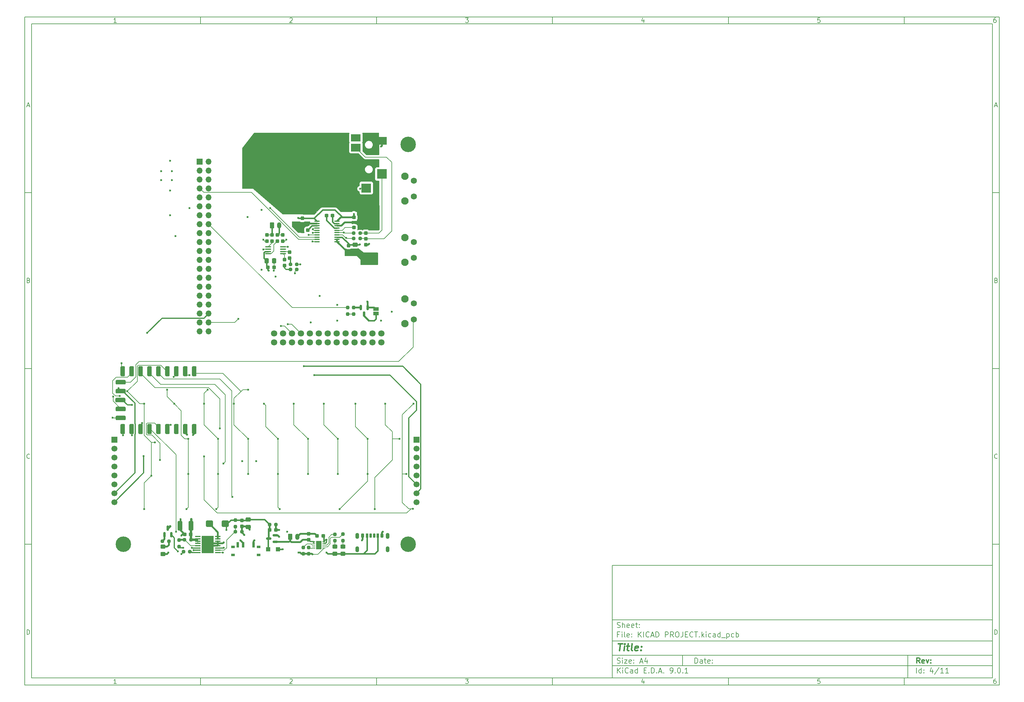
<source format=gbr>
%TF.GenerationSoftware,KiCad,Pcbnew,9.0.1*%
%TF.CreationDate,2025-07-11T00:17:53-07:00*%
%TF.ProjectId,KICAD PROJECT,4b494341-4420-4505-924f-4a4543542e6b,rev?*%
%TF.SameCoordinates,Original*%
%TF.FileFunction,Copper,L4,Bot*%
%TF.FilePolarity,Positive*%
%FSLAX46Y46*%
G04 Gerber Fmt 4.6, Leading zero omitted, Abs format (unit mm)*
G04 Created by KiCad (PCBNEW 9.0.1) date 2025-07-11 00:17:53*
%MOMM*%
%LPD*%
G01*
G04 APERTURE LIST*
G04 Aperture macros list*
%AMRoundRect*
0 Rectangle with rounded corners*
0 $1 Rounding radius*
0 $2 $3 $4 $5 $6 $7 $8 $9 X,Y pos of 4 corners*
0 Add a 4 corners polygon primitive as box body*
4,1,4,$2,$3,$4,$5,$6,$7,$8,$9,$2,$3,0*
0 Add four circle primitives for the rounded corners*
1,1,$1+$1,$2,$3*
1,1,$1+$1,$4,$5*
1,1,$1+$1,$6,$7*
1,1,$1+$1,$8,$9*
0 Add four rect primitives between the rounded corners*
20,1,$1+$1,$2,$3,$4,$5,0*
20,1,$1+$1,$4,$5,$6,$7,0*
20,1,$1+$1,$6,$7,$8,$9,0*
20,1,$1+$1,$8,$9,$2,$3,0*%
G04 Aperture macros list end*
%ADD10C,0.100000*%
%ADD11C,0.150000*%
%ADD12C,0.300000*%
%ADD13C,0.400000*%
%TA.AperFunction,Conductor*%
%ADD14C,0.200000*%
%TD*%
%TA.AperFunction,ComponentPad*%
%ADD15C,1.800000*%
%TD*%
%TA.AperFunction,ComponentPad*%
%ADD16C,4.400000*%
%TD*%
%TA.AperFunction,ComponentPad*%
%ADD17C,2.100000*%
%TD*%
%TA.AperFunction,ComponentPad*%
%ADD18C,1.750000*%
%TD*%
%TA.AperFunction,SMDPad,CuDef*%
%ADD19RoundRect,0.237500X0.237500X-0.300000X0.237500X0.300000X-0.237500X0.300000X-0.237500X-0.300000X0*%
%TD*%
%TA.AperFunction,SMDPad,CuDef*%
%ADD20RoundRect,0.237500X-0.237500X0.300000X-0.237500X-0.300000X0.237500X-0.300000X0.237500X0.300000X0*%
%TD*%
%TA.AperFunction,SMDPad,CuDef*%
%ADD21RoundRect,0.237500X0.250000X0.237500X-0.250000X0.237500X-0.250000X-0.237500X0.250000X-0.237500X0*%
%TD*%
%TA.AperFunction,SMDPad,CuDef*%
%ADD22RoundRect,0.250000X0.750000X0.650000X-0.750000X0.650000X-0.750000X-0.650000X0.750000X-0.650000X0*%
%TD*%
%TA.AperFunction,SMDPad,CuDef*%
%ADD23R,1.500000X1.000000*%
%TD*%
%TA.AperFunction,SMDPad,CuDef*%
%ADD24RoundRect,0.237500X-0.300000X-0.237500X0.300000X-0.237500X0.300000X0.237500X-0.300000X0.237500X0*%
%TD*%
%TA.AperFunction,SMDPad,CuDef*%
%ADD25RoundRect,0.250000X0.412500X1.100000X-0.412500X1.100000X-0.412500X-1.100000X0.412500X-1.100000X0*%
%TD*%
%TA.AperFunction,ComponentPad*%
%ADD26R,1.700000X1.700000*%
%TD*%
%TA.AperFunction,ComponentPad*%
%ADD27O,1.700000X1.700000*%
%TD*%
%TA.AperFunction,SMDPad,CuDef*%
%ADD28RoundRect,0.237500X0.237500X-0.250000X0.237500X0.250000X-0.237500X0.250000X-0.237500X-0.250000X0*%
%TD*%
%TA.AperFunction,SMDPad,CuDef*%
%ADD29RoundRect,0.237500X-0.237500X0.250000X-0.237500X-0.250000X0.237500X-0.250000X0.237500X0.250000X0*%
%TD*%
%TA.AperFunction,SMDPad,CuDef*%
%ADD30RoundRect,0.237500X0.237500X-0.287500X0.237500X0.287500X-0.237500X0.287500X-0.237500X-0.287500X0*%
%TD*%
%TA.AperFunction,SMDPad,CuDef*%
%ADD31RoundRect,0.237500X0.300000X0.237500X-0.300000X0.237500X-0.300000X-0.237500X0.300000X-0.237500X0*%
%TD*%
%TA.AperFunction,SMDPad,CuDef*%
%ADD32RoundRect,0.100000X0.712500X0.100000X-0.712500X0.100000X-0.712500X-0.100000X0.712500X-0.100000X0*%
%TD*%
%TA.AperFunction,SMDPad,CuDef*%
%ADD33RoundRect,0.250000X0.450000X-0.325000X0.450000X0.325000X-0.450000X0.325000X-0.450000X-0.325000X0*%
%TD*%
%TA.AperFunction,ComponentPad*%
%ADD34RoundRect,0.250000X-0.350000X-0.625000X0.350000X-0.625000X0.350000X0.625000X-0.350000X0.625000X0*%
%TD*%
%TA.AperFunction,ComponentPad*%
%ADD35O,1.200000X1.750000*%
%TD*%
%TA.AperFunction,SMDPad,CuDef*%
%ADD36RoundRect,0.237500X-0.250000X-0.237500X0.250000X-0.237500X0.250000X0.237500X-0.250000X0.237500X0*%
%TD*%
%TA.AperFunction,SMDPad,CuDef*%
%ADD37RoundRect,0.175000X0.175000X0.425000X-0.175000X0.425000X-0.175000X-0.425000X0.175000X-0.425000X0*%
%TD*%
%TA.AperFunction,SMDPad,CuDef*%
%ADD38RoundRect,0.190000X-0.190000X-0.410000X0.190000X-0.410000X0.190000X0.410000X-0.190000X0.410000X0*%
%TD*%
%TA.AperFunction,SMDPad,CuDef*%
%ADD39RoundRect,0.200000X-0.200000X-0.400000X0.200000X-0.400000X0.200000X0.400000X-0.200000X0.400000X0*%
%TD*%
%TA.AperFunction,SMDPad,CuDef*%
%ADD40RoundRect,0.175000X-0.175000X-0.425000X0.175000X-0.425000X0.175000X0.425000X-0.175000X0.425000X0*%
%TD*%
%TA.AperFunction,SMDPad,CuDef*%
%ADD41RoundRect,0.190000X0.190000X0.410000X-0.190000X0.410000X-0.190000X-0.410000X0.190000X-0.410000X0*%
%TD*%
%TA.AperFunction,SMDPad,CuDef*%
%ADD42RoundRect,0.200000X0.200000X0.400000X-0.200000X0.400000X-0.200000X-0.400000X0.200000X-0.400000X0*%
%TD*%
%TA.AperFunction,HeatsinkPad*%
%ADD43O,1.100000X1.700000*%
%TD*%
%TA.AperFunction,SMDPad,CuDef*%
%ADD44RoundRect,0.250000X-0.450000X0.325000X-0.450000X-0.325000X0.450000X-0.325000X0.450000X0.325000X0*%
%TD*%
%TA.AperFunction,SMDPad,CuDef*%
%ADD45R,2.800000X2.200000*%
%TD*%
%TA.AperFunction,SMDPad,CuDef*%
%ADD46R,2.800000X2.000000*%
%TD*%
%TA.AperFunction,SMDPad,CuDef*%
%ADD47R,2.800000X2.800000*%
%TD*%
%TA.AperFunction,SMDPad,CuDef*%
%ADD48R,2.800000X2.600000*%
%TD*%
%TA.AperFunction,SMDPad,CuDef*%
%ADD49RoundRect,0.250000X-0.475000X0.337500X-0.475000X-0.337500X0.475000X-0.337500X0.475000X0.337500X0*%
%TD*%
%TA.AperFunction,SMDPad,CuDef*%
%ADD50R,1.200000X1.200000*%
%TD*%
%TA.AperFunction,SMDPad,CuDef*%
%ADD51RoundRect,0.250000X0.475000X-0.337500X0.475000X0.337500X-0.475000X0.337500X-0.475000X-0.337500X0*%
%TD*%
%TA.AperFunction,ComponentPad*%
%ADD52C,1.700000*%
%TD*%
%TA.AperFunction,SMDPad,CuDef*%
%ADD53RoundRect,0.100000X0.687500X0.100000X-0.687500X0.100000X-0.687500X-0.100000X0.687500X-0.100000X0*%
%TD*%
%TA.AperFunction,HeatsinkPad*%
%ADD54R,3.400000X5.000000*%
%TD*%
%TA.AperFunction,SMDPad,CuDef*%
%ADD55RoundRect,0.100000X0.637500X0.100000X-0.637500X0.100000X-0.637500X-0.100000X0.637500X-0.100000X0*%
%TD*%
%TA.AperFunction,SMDPad,CuDef*%
%ADD56RoundRect,0.062500X0.350000X0.062500X-0.350000X0.062500X-0.350000X-0.062500X0.350000X-0.062500X0*%
%TD*%
%TA.AperFunction,HeatsinkPad*%
%ADD57R,1.580000X2.350000*%
%TD*%
%TA.AperFunction,ConnectorPad*%
%ADD58RoundRect,0.190500X-0.444500X1.209500X-0.444500X-1.209500X0.444500X-1.209500X0.444500X1.209500X0*%
%TD*%
%TA.AperFunction,ConnectorPad*%
%ADD59RoundRect,0.190500X-1.209500X-0.444500X1.209500X-0.444500X1.209500X0.444500X-1.209500X0.444500X0*%
%TD*%
%TA.AperFunction,ConnectorPad*%
%ADD60RoundRect,0.190500X0.444500X-1.209500X0.444500X1.209500X-0.444500X1.209500X-0.444500X-1.209500X0*%
%TD*%
%TA.AperFunction,SMDPad,CuDef*%
%ADD61RoundRect,0.150000X0.150000X-0.587500X0.150000X0.587500X-0.150000X0.587500X-0.150000X-0.587500X0*%
%TD*%
%TA.AperFunction,SMDPad,CuDef*%
%ADD62RoundRect,0.250000X-0.337500X-0.475000X0.337500X-0.475000X0.337500X0.475000X-0.337500X0.475000X0*%
%TD*%
%TA.AperFunction,SMDPad,CuDef*%
%ADD63RoundRect,0.237500X-0.237500X0.287500X-0.237500X-0.287500X0.237500X-0.287500X0.237500X0.287500X0*%
%TD*%
%TA.AperFunction,SMDPad,CuDef*%
%ADD64RoundRect,0.150000X0.587500X0.150000X-0.587500X0.150000X-0.587500X-0.150000X0.587500X-0.150000X0*%
%TD*%
%TA.AperFunction,SMDPad,CuDef*%
%ADD65RoundRect,0.150000X-0.150000X0.587500X-0.150000X-0.587500X0.150000X-0.587500X0.150000X0.587500X0*%
%TD*%
%TA.AperFunction,SMDPad,CuDef*%
%ADD66R,1.000000X0.800000*%
%TD*%
%TA.AperFunction,SMDPad,CuDef*%
%ADD67R,0.700000X1.500000*%
%TD*%
%TA.AperFunction,ViaPad*%
%ADD68C,0.600000*%
%TD*%
%TA.AperFunction,Conductor*%
%ADD69C,0.500000*%
%TD*%
%TA.AperFunction,Conductor*%
%ADD70C,0.400000*%
%TD*%
%TA.AperFunction,Conductor*%
%ADD71C,0.300000*%
%TD*%
%TA.AperFunction,Conductor*%
%ADD72C,0.350000*%
%TD*%
%TA.AperFunction,Conductor*%
%ADD73C,0.700000*%
%TD*%
G04 APERTURE END LIST*
D10*
D11*
X177002200Y-166007200D02*
X285002200Y-166007200D01*
X285002200Y-198007200D01*
X177002200Y-198007200D01*
X177002200Y-166007200D01*
D10*
D11*
X10000000Y-10000000D02*
X287002200Y-10000000D01*
X287002200Y-200007200D01*
X10000000Y-200007200D01*
X10000000Y-10000000D01*
D10*
D11*
X12000000Y-12000000D02*
X285002200Y-12000000D01*
X285002200Y-198007200D01*
X12000000Y-198007200D01*
X12000000Y-12000000D01*
D10*
D11*
X60000000Y-12000000D02*
X60000000Y-10000000D01*
D10*
D11*
X110000000Y-12000000D02*
X110000000Y-10000000D01*
D10*
D11*
X160000000Y-12000000D02*
X160000000Y-10000000D01*
D10*
D11*
X210000000Y-12000000D02*
X210000000Y-10000000D01*
D10*
D11*
X260000000Y-12000000D02*
X260000000Y-10000000D01*
D10*
D11*
X36089160Y-11593604D02*
X35346303Y-11593604D01*
X35717731Y-11593604D02*
X35717731Y-10293604D01*
X35717731Y-10293604D02*
X35593922Y-10479319D01*
X35593922Y-10479319D02*
X35470112Y-10603128D01*
X35470112Y-10603128D02*
X35346303Y-10665033D01*
D10*
D11*
X85346303Y-10417414D02*
X85408207Y-10355509D01*
X85408207Y-10355509D02*
X85532017Y-10293604D01*
X85532017Y-10293604D02*
X85841541Y-10293604D01*
X85841541Y-10293604D02*
X85965350Y-10355509D01*
X85965350Y-10355509D02*
X86027255Y-10417414D01*
X86027255Y-10417414D02*
X86089160Y-10541223D01*
X86089160Y-10541223D02*
X86089160Y-10665033D01*
X86089160Y-10665033D02*
X86027255Y-10850747D01*
X86027255Y-10850747D02*
X85284398Y-11593604D01*
X85284398Y-11593604D02*
X86089160Y-11593604D01*
D10*
D11*
X135284398Y-10293604D02*
X136089160Y-10293604D01*
X136089160Y-10293604D02*
X135655826Y-10788842D01*
X135655826Y-10788842D02*
X135841541Y-10788842D01*
X135841541Y-10788842D02*
X135965350Y-10850747D01*
X135965350Y-10850747D02*
X136027255Y-10912652D01*
X136027255Y-10912652D02*
X136089160Y-11036461D01*
X136089160Y-11036461D02*
X136089160Y-11345985D01*
X136089160Y-11345985D02*
X136027255Y-11469795D01*
X136027255Y-11469795D02*
X135965350Y-11531700D01*
X135965350Y-11531700D02*
X135841541Y-11593604D01*
X135841541Y-11593604D02*
X135470112Y-11593604D01*
X135470112Y-11593604D02*
X135346303Y-11531700D01*
X135346303Y-11531700D02*
X135284398Y-11469795D01*
D10*
D11*
X185965350Y-10726938D02*
X185965350Y-11593604D01*
X185655826Y-10231700D02*
X185346303Y-11160271D01*
X185346303Y-11160271D02*
X186151064Y-11160271D01*
D10*
D11*
X236027255Y-10293604D02*
X235408207Y-10293604D01*
X235408207Y-10293604D02*
X235346303Y-10912652D01*
X235346303Y-10912652D02*
X235408207Y-10850747D01*
X235408207Y-10850747D02*
X235532017Y-10788842D01*
X235532017Y-10788842D02*
X235841541Y-10788842D01*
X235841541Y-10788842D02*
X235965350Y-10850747D01*
X235965350Y-10850747D02*
X236027255Y-10912652D01*
X236027255Y-10912652D02*
X236089160Y-11036461D01*
X236089160Y-11036461D02*
X236089160Y-11345985D01*
X236089160Y-11345985D02*
X236027255Y-11469795D01*
X236027255Y-11469795D02*
X235965350Y-11531700D01*
X235965350Y-11531700D02*
X235841541Y-11593604D01*
X235841541Y-11593604D02*
X235532017Y-11593604D01*
X235532017Y-11593604D02*
X235408207Y-11531700D01*
X235408207Y-11531700D02*
X235346303Y-11469795D01*
D10*
D11*
X285965350Y-10293604D02*
X285717731Y-10293604D01*
X285717731Y-10293604D02*
X285593922Y-10355509D01*
X285593922Y-10355509D02*
X285532017Y-10417414D01*
X285532017Y-10417414D02*
X285408207Y-10603128D01*
X285408207Y-10603128D02*
X285346303Y-10850747D01*
X285346303Y-10850747D02*
X285346303Y-11345985D01*
X285346303Y-11345985D02*
X285408207Y-11469795D01*
X285408207Y-11469795D02*
X285470112Y-11531700D01*
X285470112Y-11531700D02*
X285593922Y-11593604D01*
X285593922Y-11593604D02*
X285841541Y-11593604D01*
X285841541Y-11593604D02*
X285965350Y-11531700D01*
X285965350Y-11531700D02*
X286027255Y-11469795D01*
X286027255Y-11469795D02*
X286089160Y-11345985D01*
X286089160Y-11345985D02*
X286089160Y-11036461D01*
X286089160Y-11036461D02*
X286027255Y-10912652D01*
X286027255Y-10912652D02*
X285965350Y-10850747D01*
X285965350Y-10850747D02*
X285841541Y-10788842D01*
X285841541Y-10788842D02*
X285593922Y-10788842D01*
X285593922Y-10788842D02*
X285470112Y-10850747D01*
X285470112Y-10850747D02*
X285408207Y-10912652D01*
X285408207Y-10912652D02*
X285346303Y-11036461D01*
D10*
D11*
X60000000Y-198007200D02*
X60000000Y-200007200D01*
D10*
D11*
X110000000Y-198007200D02*
X110000000Y-200007200D01*
D10*
D11*
X160000000Y-198007200D02*
X160000000Y-200007200D01*
D10*
D11*
X210000000Y-198007200D02*
X210000000Y-200007200D01*
D10*
D11*
X260000000Y-198007200D02*
X260000000Y-200007200D01*
D10*
D11*
X36089160Y-199600804D02*
X35346303Y-199600804D01*
X35717731Y-199600804D02*
X35717731Y-198300804D01*
X35717731Y-198300804D02*
X35593922Y-198486519D01*
X35593922Y-198486519D02*
X35470112Y-198610328D01*
X35470112Y-198610328D02*
X35346303Y-198672233D01*
D10*
D11*
X85346303Y-198424614D02*
X85408207Y-198362709D01*
X85408207Y-198362709D02*
X85532017Y-198300804D01*
X85532017Y-198300804D02*
X85841541Y-198300804D01*
X85841541Y-198300804D02*
X85965350Y-198362709D01*
X85965350Y-198362709D02*
X86027255Y-198424614D01*
X86027255Y-198424614D02*
X86089160Y-198548423D01*
X86089160Y-198548423D02*
X86089160Y-198672233D01*
X86089160Y-198672233D02*
X86027255Y-198857947D01*
X86027255Y-198857947D02*
X85284398Y-199600804D01*
X85284398Y-199600804D02*
X86089160Y-199600804D01*
D10*
D11*
X135284398Y-198300804D02*
X136089160Y-198300804D01*
X136089160Y-198300804D02*
X135655826Y-198796042D01*
X135655826Y-198796042D02*
X135841541Y-198796042D01*
X135841541Y-198796042D02*
X135965350Y-198857947D01*
X135965350Y-198857947D02*
X136027255Y-198919852D01*
X136027255Y-198919852D02*
X136089160Y-199043661D01*
X136089160Y-199043661D02*
X136089160Y-199353185D01*
X136089160Y-199353185D02*
X136027255Y-199476995D01*
X136027255Y-199476995D02*
X135965350Y-199538900D01*
X135965350Y-199538900D02*
X135841541Y-199600804D01*
X135841541Y-199600804D02*
X135470112Y-199600804D01*
X135470112Y-199600804D02*
X135346303Y-199538900D01*
X135346303Y-199538900D02*
X135284398Y-199476995D01*
D10*
D11*
X185965350Y-198734138D02*
X185965350Y-199600804D01*
X185655826Y-198238900D02*
X185346303Y-199167471D01*
X185346303Y-199167471D02*
X186151064Y-199167471D01*
D10*
D11*
X236027255Y-198300804D02*
X235408207Y-198300804D01*
X235408207Y-198300804D02*
X235346303Y-198919852D01*
X235346303Y-198919852D02*
X235408207Y-198857947D01*
X235408207Y-198857947D02*
X235532017Y-198796042D01*
X235532017Y-198796042D02*
X235841541Y-198796042D01*
X235841541Y-198796042D02*
X235965350Y-198857947D01*
X235965350Y-198857947D02*
X236027255Y-198919852D01*
X236027255Y-198919852D02*
X236089160Y-199043661D01*
X236089160Y-199043661D02*
X236089160Y-199353185D01*
X236089160Y-199353185D02*
X236027255Y-199476995D01*
X236027255Y-199476995D02*
X235965350Y-199538900D01*
X235965350Y-199538900D02*
X235841541Y-199600804D01*
X235841541Y-199600804D02*
X235532017Y-199600804D01*
X235532017Y-199600804D02*
X235408207Y-199538900D01*
X235408207Y-199538900D02*
X235346303Y-199476995D01*
D10*
D11*
X285965350Y-198300804D02*
X285717731Y-198300804D01*
X285717731Y-198300804D02*
X285593922Y-198362709D01*
X285593922Y-198362709D02*
X285532017Y-198424614D01*
X285532017Y-198424614D02*
X285408207Y-198610328D01*
X285408207Y-198610328D02*
X285346303Y-198857947D01*
X285346303Y-198857947D02*
X285346303Y-199353185D01*
X285346303Y-199353185D02*
X285408207Y-199476995D01*
X285408207Y-199476995D02*
X285470112Y-199538900D01*
X285470112Y-199538900D02*
X285593922Y-199600804D01*
X285593922Y-199600804D02*
X285841541Y-199600804D01*
X285841541Y-199600804D02*
X285965350Y-199538900D01*
X285965350Y-199538900D02*
X286027255Y-199476995D01*
X286027255Y-199476995D02*
X286089160Y-199353185D01*
X286089160Y-199353185D02*
X286089160Y-199043661D01*
X286089160Y-199043661D02*
X286027255Y-198919852D01*
X286027255Y-198919852D02*
X285965350Y-198857947D01*
X285965350Y-198857947D02*
X285841541Y-198796042D01*
X285841541Y-198796042D02*
X285593922Y-198796042D01*
X285593922Y-198796042D02*
X285470112Y-198857947D01*
X285470112Y-198857947D02*
X285408207Y-198919852D01*
X285408207Y-198919852D02*
X285346303Y-199043661D01*
D10*
D11*
X10000000Y-60000000D02*
X12000000Y-60000000D01*
D10*
D11*
X10000000Y-110000000D02*
X12000000Y-110000000D01*
D10*
D11*
X10000000Y-160000000D02*
X12000000Y-160000000D01*
D10*
D11*
X10690476Y-35222176D02*
X11309523Y-35222176D01*
X10566666Y-35593604D02*
X10999999Y-34293604D01*
X10999999Y-34293604D02*
X11433333Y-35593604D01*
D10*
D11*
X11092857Y-84912652D02*
X11278571Y-84974557D01*
X11278571Y-84974557D02*
X11340476Y-85036461D01*
X11340476Y-85036461D02*
X11402380Y-85160271D01*
X11402380Y-85160271D02*
X11402380Y-85345985D01*
X11402380Y-85345985D02*
X11340476Y-85469795D01*
X11340476Y-85469795D02*
X11278571Y-85531700D01*
X11278571Y-85531700D02*
X11154761Y-85593604D01*
X11154761Y-85593604D02*
X10659523Y-85593604D01*
X10659523Y-85593604D02*
X10659523Y-84293604D01*
X10659523Y-84293604D02*
X11092857Y-84293604D01*
X11092857Y-84293604D02*
X11216666Y-84355509D01*
X11216666Y-84355509D02*
X11278571Y-84417414D01*
X11278571Y-84417414D02*
X11340476Y-84541223D01*
X11340476Y-84541223D02*
X11340476Y-84665033D01*
X11340476Y-84665033D02*
X11278571Y-84788842D01*
X11278571Y-84788842D02*
X11216666Y-84850747D01*
X11216666Y-84850747D02*
X11092857Y-84912652D01*
X11092857Y-84912652D02*
X10659523Y-84912652D01*
D10*
D11*
X11402380Y-135469795D02*
X11340476Y-135531700D01*
X11340476Y-135531700D02*
X11154761Y-135593604D01*
X11154761Y-135593604D02*
X11030952Y-135593604D01*
X11030952Y-135593604D02*
X10845238Y-135531700D01*
X10845238Y-135531700D02*
X10721428Y-135407890D01*
X10721428Y-135407890D02*
X10659523Y-135284080D01*
X10659523Y-135284080D02*
X10597619Y-135036461D01*
X10597619Y-135036461D02*
X10597619Y-134850747D01*
X10597619Y-134850747D02*
X10659523Y-134603128D01*
X10659523Y-134603128D02*
X10721428Y-134479319D01*
X10721428Y-134479319D02*
X10845238Y-134355509D01*
X10845238Y-134355509D02*
X11030952Y-134293604D01*
X11030952Y-134293604D02*
X11154761Y-134293604D01*
X11154761Y-134293604D02*
X11340476Y-134355509D01*
X11340476Y-134355509D02*
X11402380Y-134417414D01*
D10*
D11*
X10659523Y-185593604D02*
X10659523Y-184293604D01*
X10659523Y-184293604D02*
X10969047Y-184293604D01*
X10969047Y-184293604D02*
X11154761Y-184355509D01*
X11154761Y-184355509D02*
X11278571Y-184479319D01*
X11278571Y-184479319D02*
X11340476Y-184603128D01*
X11340476Y-184603128D02*
X11402380Y-184850747D01*
X11402380Y-184850747D02*
X11402380Y-185036461D01*
X11402380Y-185036461D02*
X11340476Y-185284080D01*
X11340476Y-185284080D02*
X11278571Y-185407890D01*
X11278571Y-185407890D02*
X11154761Y-185531700D01*
X11154761Y-185531700D02*
X10969047Y-185593604D01*
X10969047Y-185593604D02*
X10659523Y-185593604D01*
D10*
D11*
X287002200Y-60000000D02*
X285002200Y-60000000D01*
D10*
D11*
X287002200Y-110000000D02*
X285002200Y-110000000D01*
D10*
D11*
X287002200Y-160000000D02*
X285002200Y-160000000D01*
D10*
D11*
X285692676Y-35222176D02*
X286311723Y-35222176D01*
X285568866Y-35593604D02*
X286002199Y-34293604D01*
X286002199Y-34293604D02*
X286435533Y-35593604D01*
D10*
D11*
X286095057Y-84912652D02*
X286280771Y-84974557D01*
X286280771Y-84974557D02*
X286342676Y-85036461D01*
X286342676Y-85036461D02*
X286404580Y-85160271D01*
X286404580Y-85160271D02*
X286404580Y-85345985D01*
X286404580Y-85345985D02*
X286342676Y-85469795D01*
X286342676Y-85469795D02*
X286280771Y-85531700D01*
X286280771Y-85531700D02*
X286156961Y-85593604D01*
X286156961Y-85593604D02*
X285661723Y-85593604D01*
X285661723Y-85593604D02*
X285661723Y-84293604D01*
X285661723Y-84293604D02*
X286095057Y-84293604D01*
X286095057Y-84293604D02*
X286218866Y-84355509D01*
X286218866Y-84355509D02*
X286280771Y-84417414D01*
X286280771Y-84417414D02*
X286342676Y-84541223D01*
X286342676Y-84541223D02*
X286342676Y-84665033D01*
X286342676Y-84665033D02*
X286280771Y-84788842D01*
X286280771Y-84788842D02*
X286218866Y-84850747D01*
X286218866Y-84850747D02*
X286095057Y-84912652D01*
X286095057Y-84912652D02*
X285661723Y-84912652D01*
D10*
D11*
X286404580Y-135469795D02*
X286342676Y-135531700D01*
X286342676Y-135531700D02*
X286156961Y-135593604D01*
X286156961Y-135593604D02*
X286033152Y-135593604D01*
X286033152Y-135593604D02*
X285847438Y-135531700D01*
X285847438Y-135531700D02*
X285723628Y-135407890D01*
X285723628Y-135407890D02*
X285661723Y-135284080D01*
X285661723Y-135284080D02*
X285599819Y-135036461D01*
X285599819Y-135036461D02*
X285599819Y-134850747D01*
X285599819Y-134850747D02*
X285661723Y-134603128D01*
X285661723Y-134603128D02*
X285723628Y-134479319D01*
X285723628Y-134479319D02*
X285847438Y-134355509D01*
X285847438Y-134355509D02*
X286033152Y-134293604D01*
X286033152Y-134293604D02*
X286156961Y-134293604D01*
X286156961Y-134293604D02*
X286342676Y-134355509D01*
X286342676Y-134355509D02*
X286404580Y-134417414D01*
D10*
D11*
X285661723Y-185593604D02*
X285661723Y-184293604D01*
X285661723Y-184293604D02*
X285971247Y-184293604D01*
X285971247Y-184293604D02*
X286156961Y-184355509D01*
X286156961Y-184355509D02*
X286280771Y-184479319D01*
X286280771Y-184479319D02*
X286342676Y-184603128D01*
X286342676Y-184603128D02*
X286404580Y-184850747D01*
X286404580Y-184850747D02*
X286404580Y-185036461D01*
X286404580Y-185036461D02*
X286342676Y-185284080D01*
X286342676Y-185284080D02*
X286280771Y-185407890D01*
X286280771Y-185407890D02*
X286156961Y-185531700D01*
X286156961Y-185531700D02*
X285971247Y-185593604D01*
X285971247Y-185593604D02*
X285661723Y-185593604D01*
D10*
D11*
X200458026Y-193793328D02*
X200458026Y-192293328D01*
X200458026Y-192293328D02*
X200815169Y-192293328D01*
X200815169Y-192293328D02*
X201029455Y-192364757D01*
X201029455Y-192364757D02*
X201172312Y-192507614D01*
X201172312Y-192507614D02*
X201243741Y-192650471D01*
X201243741Y-192650471D02*
X201315169Y-192936185D01*
X201315169Y-192936185D02*
X201315169Y-193150471D01*
X201315169Y-193150471D02*
X201243741Y-193436185D01*
X201243741Y-193436185D02*
X201172312Y-193579042D01*
X201172312Y-193579042D02*
X201029455Y-193721900D01*
X201029455Y-193721900D02*
X200815169Y-193793328D01*
X200815169Y-193793328D02*
X200458026Y-193793328D01*
X202600884Y-193793328D02*
X202600884Y-193007614D01*
X202600884Y-193007614D02*
X202529455Y-192864757D01*
X202529455Y-192864757D02*
X202386598Y-192793328D01*
X202386598Y-192793328D02*
X202100884Y-192793328D01*
X202100884Y-192793328D02*
X201958026Y-192864757D01*
X202600884Y-193721900D02*
X202458026Y-193793328D01*
X202458026Y-193793328D02*
X202100884Y-193793328D01*
X202100884Y-193793328D02*
X201958026Y-193721900D01*
X201958026Y-193721900D02*
X201886598Y-193579042D01*
X201886598Y-193579042D02*
X201886598Y-193436185D01*
X201886598Y-193436185D02*
X201958026Y-193293328D01*
X201958026Y-193293328D02*
X202100884Y-193221900D01*
X202100884Y-193221900D02*
X202458026Y-193221900D01*
X202458026Y-193221900D02*
X202600884Y-193150471D01*
X203100884Y-192793328D02*
X203672312Y-192793328D01*
X203315169Y-192293328D02*
X203315169Y-193579042D01*
X203315169Y-193579042D02*
X203386598Y-193721900D01*
X203386598Y-193721900D02*
X203529455Y-193793328D01*
X203529455Y-193793328D02*
X203672312Y-193793328D01*
X204743741Y-193721900D02*
X204600884Y-193793328D01*
X204600884Y-193793328D02*
X204315170Y-193793328D01*
X204315170Y-193793328D02*
X204172312Y-193721900D01*
X204172312Y-193721900D02*
X204100884Y-193579042D01*
X204100884Y-193579042D02*
X204100884Y-193007614D01*
X204100884Y-193007614D02*
X204172312Y-192864757D01*
X204172312Y-192864757D02*
X204315170Y-192793328D01*
X204315170Y-192793328D02*
X204600884Y-192793328D01*
X204600884Y-192793328D02*
X204743741Y-192864757D01*
X204743741Y-192864757D02*
X204815170Y-193007614D01*
X204815170Y-193007614D02*
X204815170Y-193150471D01*
X204815170Y-193150471D02*
X204100884Y-193293328D01*
X205458026Y-193650471D02*
X205529455Y-193721900D01*
X205529455Y-193721900D02*
X205458026Y-193793328D01*
X205458026Y-193793328D02*
X205386598Y-193721900D01*
X205386598Y-193721900D02*
X205458026Y-193650471D01*
X205458026Y-193650471D02*
X205458026Y-193793328D01*
X205458026Y-192864757D02*
X205529455Y-192936185D01*
X205529455Y-192936185D02*
X205458026Y-193007614D01*
X205458026Y-193007614D02*
X205386598Y-192936185D01*
X205386598Y-192936185D02*
X205458026Y-192864757D01*
X205458026Y-192864757D02*
X205458026Y-193007614D01*
D10*
D11*
X177002200Y-194507200D02*
X285002200Y-194507200D01*
D10*
D11*
X178458026Y-196593328D02*
X178458026Y-195093328D01*
X179315169Y-196593328D02*
X178672312Y-195736185D01*
X179315169Y-195093328D02*
X178458026Y-195950471D01*
X179958026Y-196593328D02*
X179958026Y-195593328D01*
X179958026Y-195093328D02*
X179886598Y-195164757D01*
X179886598Y-195164757D02*
X179958026Y-195236185D01*
X179958026Y-195236185D02*
X180029455Y-195164757D01*
X180029455Y-195164757D02*
X179958026Y-195093328D01*
X179958026Y-195093328D02*
X179958026Y-195236185D01*
X181529455Y-196450471D02*
X181458027Y-196521900D01*
X181458027Y-196521900D02*
X181243741Y-196593328D01*
X181243741Y-196593328D02*
X181100884Y-196593328D01*
X181100884Y-196593328D02*
X180886598Y-196521900D01*
X180886598Y-196521900D02*
X180743741Y-196379042D01*
X180743741Y-196379042D02*
X180672312Y-196236185D01*
X180672312Y-196236185D02*
X180600884Y-195950471D01*
X180600884Y-195950471D02*
X180600884Y-195736185D01*
X180600884Y-195736185D02*
X180672312Y-195450471D01*
X180672312Y-195450471D02*
X180743741Y-195307614D01*
X180743741Y-195307614D02*
X180886598Y-195164757D01*
X180886598Y-195164757D02*
X181100884Y-195093328D01*
X181100884Y-195093328D02*
X181243741Y-195093328D01*
X181243741Y-195093328D02*
X181458027Y-195164757D01*
X181458027Y-195164757D02*
X181529455Y-195236185D01*
X182815170Y-196593328D02*
X182815170Y-195807614D01*
X182815170Y-195807614D02*
X182743741Y-195664757D01*
X182743741Y-195664757D02*
X182600884Y-195593328D01*
X182600884Y-195593328D02*
X182315170Y-195593328D01*
X182315170Y-195593328D02*
X182172312Y-195664757D01*
X182815170Y-196521900D02*
X182672312Y-196593328D01*
X182672312Y-196593328D02*
X182315170Y-196593328D01*
X182315170Y-196593328D02*
X182172312Y-196521900D01*
X182172312Y-196521900D02*
X182100884Y-196379042D01*
X182100884Y-196379042D02*
X182100884Y-196236185D01*
X182100884Y-196236185D02*
X182172312Y-196093328D01*
X182172312Y-196093328D02*
X182315170Y-196021900D01*
X182315170Y-196021900D02*
X182672312Y-196021900D01*
X182672312Y-196021900D02*
X182815170Y-195950471D01*
X184172313Y-196593328D02*
X184172313Y-195093328D01*
X184172313Y-196521900D02*
X184029455Y-196593328D01*
X184029455Y-196593328D02*
X183743741Y-196593328D01*
X183743741Y-196593328D02*
X183600884Y-196521900D01*
X183600884Y-196521900D02*
X183529455Y-196450471D01*
X183529455Y-196450471D02*
X183458027Y-196307614D01*
X183458027Y-196307614D02*
X183458027Y-195879042D01*
X183458027Y-195879042D02*
X183529455Y-195736185D01*
X183529455Y-195736185D02*
X183600884Y-195664757D01*
X183600884Y-195664757D02*
X183743741Y-195593328D01*
X183743741Y-195593328D02*
X184029455Y-195593328D01*
X184029455Y-195593328D02*
X184172313Y-195664757D01*
X186029455Y-195807614D02*
X186529455Y-195807614D01*
X186743741Y-196593328D02*
X186029455Y-196593328D01*
X186029455Y-196593328D02*
X186029455Y-195093328D01*
X186029455Y-195093328D02*
X186743741Y-195093328D01*
X187386598Y-196450471D02*
X187458027Y-196521900D01*
X187458027Y-196521900D02*
X187386598Y-196593328D01*
X187386598Y-196593328D02*
X187315170Y-196521900D01*
X187315170Y-196521900D02*
X187386598Y-196450471D01*
X187386598Y-196450471D02*
X187386598Y-196593328D01*
X188100884Y-196593328D02*
X188100884Y-195093328D01*
X188100884Y-195093328D02*
X188458027Y-195093328D01*
X188458027Y-195093328D02*
X188672313Y-195164757D01*
X188672313Y-195164757D02*
X188815170Y-195307614D01*
X188815170Y-195307614D02*
X188886599Y-195450471D01*
X188886599Y-195450471D02*
X188958027Y-195736185D01*
X188958027Y-195736185D02*
X188958027Y-195950471D01*
X188958027Y-195950471D02*
X188886599Y-196236185D01*
X188886599Y-196236185D02*
X188815170Y-196379042D01*
X188815170Y-196379042D02*
X188672313Y-196521900D01*
X188672313Y-196521900D02*
X188458027Y-196593328D01*
X188458027Y-196593328D02*
X188100884Y-196593328D01*
X189600884Y-196450471D02*
X189672313Y-196521900D01*
X189672313Y-196521900D02*
X189600884Y-196593328D01*
X189600884Y-196593328D02*
X189529456Y-196521900D01*
X189529456Y-196521900D02*
X189600884Y-196450471D01*
X189600884Y-196450471D02*
X189600884Y-196593328D01*
X190243742Y-196164757D02*
X190958028Y-196164757D01*
X190100885Y-196593328D02*
X190600885Y-195093328D01*
X190600885Y-195093328D02*
X191100885Y-196593328D01*
X191600884Y-196450471D02*
X191672313Y-196521900D01*
X191672313Y-196521900D02*
X191600884Y-196593328D01*
X191600884Y-196593328D02*
X191529456Y-196521900D01*
X191529456Y-196521900D02*
X191600884Y-196450471D01*
X191600884Y-196450471D02*
X191600884Y-196593328D01*
X193529456Y-196593328D02*
X193815170Y-196593328D01*
X193815170Y-196593328D02*
X193958027Y-196521900D01*
X193958027Y-196521900D02*
X194029456Y-196450471D01*
X194029456Y-196450471D02*
X194172313Y-196236185D01*
X194172313Y-196236185D02*
X194243742Y-195950471D01*
X194243742Y-195950471D02*
X194243742Y-195379042D01*
X194243742Y-195379042D02*
X194172313Y-195236185D01*
X194172313Y-195236185D02*
X194100885Y-195164757D01*
X194100885Y-195164757D02*
X193958027Y-195093328D01*
X193958027Y-195093328D02*
X193672313Y-195093328D01*
X193672313Y-195093328D02*
X193529456Y-195164757D01*
X193529456Y-195164757D02*
X193458027Y-195236185D01*
X193458027Y-195236185D02*
X193386599Y-195379042D01*
X193386599Y-195379042D02*
X193386599Y-195736185D01*
X193386599Y-195736185D02*
X193458027Y-195879042D01*
X193458027Y-195879042D02*
X193529456Y-195950471D01*
X193529456Y-195950471D02*
X193672313Y-196021900D01*
X193672313Y-196021900D02*
X193958027Y-196021900D01*
X193958027Y-196021900D02*
X194100885Y-195950471D01*
X194100885Y-195950471D02*
X194172313Y-195879042D01*
X194172313Y-195879042D02*
X194243742Y-195736185D01*
X194886598Y-196450471D02*
X194958027Y-196521900D01*
X194958027Y-196521900D02*
X194886598Y-196593328D01*
X194886598Y-196593328D02*
X194815170Y-196521900D01*
X194815170Y-196521900D02*
X194886598Y-196450471D01*
X194886598Y-196450471D02*
X194886598Y-196593328D01*
X195886599Y-195093328D02*
X196029456Y-195093328D01*
X196029456Y-195093328D02*
X196172313Y-195164757D01*
X196172313Y-195164757D02*
X196243742Y-195236185D01*
X196243742Y-195236185D02*
X196315170Y-195379042D01*
X196315170Y-195379042D02*
X196386599Y-195664757D01*
X196386599Y-195664757D02*
X196386599Y-196021900D01*
X196386599Y-196021900D02*
X196315170Y-196307614D01*
X196315170Y-196307614D02*
X196243742Y-196450471D01*
X196243742Y-196450471D02*
X196172313Y-196521900D01*
X196172313Y-196521900D02*
X196029456Y-196593328D01*
X196029456Y-196593328D02*
X195886599Y-196593328D01*
X195886599Y-196593328D02*
X195743742Y-196521900D01*
X195743742Y-196521900D02*
X195672313Y-196450471D01*
X195672313Y-196450471D02*
X195600884Y-196307614D01*
X195600884Y-196307614D02*
X195529456Y-196021900D01*
X195529456Y-196021900D02*
X195529456Y-195664757D01*
X195529456Y-195664757D02*
X195600884Y-195379042D01*
X195600884Y-195379042D02*
X195672313Y-195236185D01*
X195672313Y-195236185D02*
X195743742Y-195164757D01*
X195743742Y-195164757D02*
X195886599Y-195093328D01*
X197029455Y-196450471D02*
X197100884Y-196521900D01*
X197100884Y-196521900D02*
X197029455Y-196593328D01*
X197029455Y-196593328D02*
X196958027Y-196521900D01*
X196958027Y-196521900D02*
X197029455Y-196450471D01*
X197029455Y-196450471D02*
X197029455Y-196593328D01*
X198529456Y-196593328D02*
X197672313Y-196593328D01*
X198100884Y-196593328D02*
X198100884Y-195093328D01*
X198100884Y-195093328D02*
X197958027Y-195307614D01*
X197958027Y-195307614D02*
X197815170Y-195450471D01*
X197815170Y-195450471D02*
X197672313Y-195521900D01*
D10*
D11*
X177002200Y-191507200D02*
X285002200Y-191507200D01*
D10*
D12*
X264413853Y-193785528D02*
X263913853Y-193071242D01*
X263556710Y-193785528D02*
X263556710Y-192285528D01*
X263556710Y-192285528D02*
X264128139Y-192285528D01*
X264128139Y-192285528D02*
X264270996Y-192356957D01*
X264270996Y-192356957D02*
X264342425Y-192428385D01*
X264342425Y-192428385D02*
X264413853Y-192571242D01*
X264413853Y-192571242D02*
X264413853Y-192785528D01*
X264413853Y-192785528D02*
X264342425Y-192928385D01*
X264342425Y-192928385D02*
X264270996Y-192999814D01*
X264270996Y-192999814D02*
X264128139Y-193071242D01*
X264128139Y-193071242D02*
X263556710Y-193071242D01*
X265628139Y-193714100D02*
X265485282Y-193785528D01*
X265485282Y-193785528D02*
X265199568Y-193785528D01*
X265199568Y-193785528D02*
X265056710Y-193714100D01*
X265056710Y-193714100D02*
X264985282Y-193571242D01*
X264985282Y-193571242D02*
X264985282Y-192999814D01*
X264985282Y-192999814D02*
X265056710Y-192856957D01*
X265056710Y-192856957D02*
X265199568Y-192785528D01*
X265199568Y-192785528D02*
X265485282Y-192785528D01*
X265485282Y-192785528D02*
X265628139Y-192856957D01*
X265628139Y-192856957D02*
X265699568Y-192999814D01*
X265699568Y-192999814D02*
X265699568Y-193142671D01*
X265699568Y-193142671D02*
X264985282Y-193285528D01*
X266199567Y-192785528D02*
X266556710Y-193785528D01*
X266556710Y-193785528D02*
X266913853Y-192785528D01*
X267485281Y-193642671D02*
X267556710Y-193714100D01*
X267556710Y-193714100D02*
X267485281Y-193785528D01*
X267485281Y-193785528D02*
X267413853Y-193714100D01*
X267413853Y-193714100D02*
X267485281Y-193642671D01*
X267485281Y-193642671D02*
X267485281Y-193785528D01*
X267485281Y-192856957D02*
X267556710Y-192928385D01*
X267556710Y-192928385D02*
X267485281Y-192999814D01*
X267485281Y-192999814D02*
X267413853Y-192928385D01*
X267413853Y-192928385D02*
X267485281Y-192856957D01*
X267485281Y-192856957D02*
X267485281Y-192999814D01*
D10*
D11*
X178386598Y-193721900D02*
X178600884Y-193793328D01*
X178600884Y-193793328D02*
X178958026Y-193793328D01*
X178958026Y-193793328D02*
X179100884Y-193721900D01*
X179100884Y-193721900D02*
X179172312Y-193650471D01*
X179172312Y-193650471D02*
X179243741Y-193507614D01*
X179243741Y-193507614D02*
X179243741Y-193364757D01*
X179243741Y-193364757D02*
X179172312Y-193221900D01*
X179172312Y-193221900D02*
X179100884Y-193150471D01*
X179100884Y-193150471D02*
X178958026Y-193079042D01*
X178958026Y-193079042D02*
X178672312Y-193007614D01*
X178672312Y-193007614D02*
X178529455Y-192936185D01*
X178529455Y-192936185D02*
X178458026Y-192864757D01*
X178458026Y-192864757D02*
X178386598Y-192721900D01*
X178386598Y-192721900D02*
X178386598Y-192579042D01*
X178386598Y-192579042D02*
X178458026Y-192436185D01*
X178458026Y-192436185D02*
X178529455Y-192364757D01*
X178529455Y-192364757D02*
X178672312Y-192293328D01*
X178672312Y-192293328D02*
X179029455Y-192293328D01*
X179029455Y-192293328D02*
X179243741Y-192364757D01*
X179886597Y-193793328D02*
X179886597Y-192793328D01*
X179886597Y-192293328D02*
X179815169Y-192364757D01*
X179815169Y-192364757D02*
X179886597Y-192436185D01*
X179886597Y-192436185D02*
X179958026Y-192364757D01*
X179958026Y-192364757D02*
X179886597Y-192293328D01*
X179886597Y-192293328D02*
X179886597Y-192436185D01*
X180458026Y-192793328D02*
X181243741Y-192793328D01*
X181243741Y-192793328D02*
X180458026Y-193793328D01*
X180458026Y-193793328D02*
X181243741Y-193793328D01*
X182386598Y-193721900D02*
X182243741Y-193793328D01*
X182243741Y-193793328D02*
X181958027Y-193793328D01*
X181958027Y-193793328D02*
X181815169Y-193721900D01*
X181815169Y-193721900D02*
X181743741Y-193579042D01*
X181743741Y-193579042D02*
X181743741Y-193007614D01*
X181743741Y-193007614D02*
X181815169Y-192864757D01*
X181815169Y-192864757D02*
X181958027Y-192793328D01*
X181958027Y-192793328D02*
X182243741Y-192793328D01*
X182243741Y-192793328D02*
X182386598Y-192864757D01*
X182386598Y-192864757D02*
X182458027Y-193007614D01*
X182458027Y-193007614D02*
X182458027Y-193150471D01*
X182458027Y-193150471D02*
X181743741Y-193293328D01*
X183100883Y-193650471D02*
X183172312Y-193721900D01*
X183172312Y-193721900D02*
X183100883Y-193793328D01*
X183100883Y-193793328D02*
X183029455Y-193721900D01*
X183029455Y-193721900D02*
X183100883Y-193650471D01*
X183100883Y-193650471D02*
X183100883Y-193793328D01*
X183100883Y-192864757D02*
X183172312Y-192936185D01*
X183172312Y-192936185D02*
X183100883Y-193007614D01*
X183100883Y-193007614D02*
X183029455Y-192936185D01*
X183029455Y-192936185D02*
X183100883Y-192864757D01*
X183100883Y-192864757D02*
X183100883Y-193007614D01*
X184886598Y-193364757D02*
X185600884Y-193364757D01*
X184743741Y-193793328D02*
X185243741Y-192293328D01*
X185243741Y-192293328D02*
X185743741Y-193793328D01*
X186886598Y-192793328D02*
X186886598Y-193793328D01*
X186529455Y-192221900D02*
X186172312Y-193293328D01*
X186172312Y-193293328D02*
X187100883Y-193293328D01*
D10*
D11*
X263458026Y-196593328D02*
X263458026Y-195093328D01*
X264815170Y-196593328D02*
X264815170Y-195093328D01*
X264815170Y-196521900D02*
X264672312Y-196593328D01*
X264672312Y-196593328D02*
X264386598Y-196593328D01*
X264386598Y-196593328D02*
X264243741Y-196521900D01*
X264243741Y-196521900D02*
X264172312Y-196450471D01*
X264172312Y-196450471D02*
X264100884Y-196307614D01*
X264100884Y-196307614D02*
X264100884Y-195879042D01*
X264100884Y-195879042D02*
X264172312Y-195736185D01*
X264172312Y-195736185D02*
X264243741Y-195664757D01*
X264243741Y-195664757D02*
X264386598Y-195593328D01*
X264386598Y-195593328D02*
X264672312Y-195593328D01*
X264672312Y-195593328D02*
X264815170Y-195664757D01*
X265529455Y-196450471D02*
X265600884Y-196521900D01*
X265600884Y-196521900D02*
X265529455Y-196593328D01*
X265529455Y-196593328D02*
X265458027Y-196521900D01*
X265458027Y-196521900D02*
X265529455Y-196450471D01*
X265529455Y-196450471D02*
X265529455Y-196593328D01*
X265529455Y-195664757D02*
X265600884Y-195736185D01*
X265600884Y-195736185D02*
X265529455Y-195807614D01*
X265529455Y-195807614D02*
X265458027Y-195736185D01*
X265458027Y-195736185D02*
X265529455Y-195664757D01*
X265529455Y-195664757D02*
X265529455Y-195807614D01*
X268029456Y-195593328D02*
X268029456Y-196593328D01*
X267672313Y-195021900D02*
X267315170Y-196093328D01*
X267315170Y-196093328D02*
X268243741Y-196093328D01*
X269886598Y-195021900D02*
X268600884Y-196950471D01*
X271172313Y-196593328D02*
X270315170Y-196593328D01*
X270743741Y-196593328D02*
X270743741Y-195093328D01*
X270743741Y-195093328D02*
X270600884Y-195307614D01*
X270600884Y-195307614D02*
X270458027Y-195450471D01*
X270458027Y-195450471D02*
X270315170Y-195521900D01*
X272600884Y-196593328D02*
X271743741Y-196593328D01*
X272172312Y-196593328D02*
X272172312Y-195093328D01*
X272172312Y-195093328D02*
X272029455Y-195307614D01*
X272029455Y-195307614D02*
X271886598Y-195450471D01*
X271886598Y-195450471D02*
X271743741Y-195521900D01*
D10*
D11*
X177002200Y-187507200D02*
X285002200Y-187507200D01*
D10*
D13*
X178693928Y-188211638D02*
X179836785Y-188211638D01*
X179015357Y-190211638D02*
X179265357Y-188211638D01*
X180253452Y-190211638D02*
X180420119Y-188878304D01*
X180503452Y-188211638D02*
X180396309Y-188306876D01*
X180396309Y-188306876D02*
X180479643Y-188402114D01*
X180479643Y-188402114D02*
X180586786Y-188306876D01*
X180586786Y-188306876D02*
X180503452Y-188211638D01*
X180503452Y-188211638D02*
X180479643Y-188402114D01*
X181086786Y-188878304D02*
X181848690Y-188878304D01*
X181455833Y-188211638D02*
X181241548Y-189925923D01*
X181241548Y-189925923D02*
X181312976Y-190116400D01*
X181312976Y-190116400D02*
X181491548Y-190211638D01*
X181491548Y-190211638D02*
X181682024Y-190211638D01*
X182634405Y-190211638D02*
X182455833Y-190116400D01*
X182455833Y-190116400D02*
X182384405Y-189925923D01*
X182384405Y-189925923D02*
X182598690Y-188211638D01*
X184170119Y-190116400D02*
X183967738Y-190211638D01*
X183967738Y-190211638D02*
X183586785Y-190211638D01*
X183586785Y-190211638D02*
X183408214Y-190116400D01*
X183408214Y-190116400D02*
X183336785Y-189925923D01*
X183336785Y-189925923D02*
X183432024Y-189164019D01*
X183432024Y-189164019D02*
X183551071Y-188973542D01*
X183551071Y-188973542D02*
X183753452Y-188878304D01*
X183753452Y-188878304D02*
X184134404Y-188878304D01*
X184134404Y-188878304D02*
X184312976Y-188973542D01*
X184312976Y-188973542D02*
X184384404Y-189164019D01*
X184384404Y-189164019D02*
X184360595Y-189354495D01*
X184360595Y-189354495D02*
X183384404Y-189544971D01*
X185134405Y-190021161D02*
X185217738Y-190116400D01*
X185217738Y-190116400D02*
X185110595Y-190211638D01*
X185110595Y-190211638D02*
X185027262Y-190116400D01*
X185027262Y-190116400D02*
X185134405Y-190021161D01*
X185134405Y-190021161D02*
X185110595Y-190211638D01*
X185265357Y-188973542D02*
X185348690Y-189068780D01*
X185348690Y-189068780D02*
X185241548Y-189164019D01*
X185241548Y-189164019D02*
X185158214Y-189068780D01*
X185158214Y-189068780D02*
X185265357Y-188973542D01*
X185265357Y-188973542D02*
X185241548Y-189164019D01*
D10*
D11*
X178958026Y-185607614D02*
X178458026Y-185607614D01*
X178458026Y-186393328D02*
X178458026Y-184893328D01*
X178458026Y-184893328D02*
X179172312Y-184893328D01*
X179743740Y-186393328D02*
X179743740Y-185393328D01*
X179743740Y-184893328D02*
X179672312Y-184964757D01*
X179672312Y-184964757D02*
X179743740Y-185036185D01*
X179743740Y-185036185D02*
X179815169Y-184964757D01*
X179815169Y-184964757D02*
X179743740Y-184893328D01*
X179743740Y-184893328D02*
X179743740Y-185036185D01*
X180672312Y-186393328D02*
X180529455Y-186321900D01*
X180529455Y-186321900D02*
X180458026Y-186179042D01*
X180458026Y-186179042D02*
X180458026Y-184893328D01*
X181815169Y-186321900D02*
X181672312Y-186393328D01*
X181672312Y-186393328D02*
X181386598Y-186393328D01*
X181386598Y-186393328D02*
X181243740Y-186321900D01*
X181243740Y-186321900D02*
X181172312Y-186179042D01*
X181172312Y-186179042D02*
X181172312Y-185607614D01*
X181172312Y-185607614D02*
X181243740Y-185464757D01*
X181243740Y-185464757D02*
X181386598Y-185393328D01*
X181386598Y-185393328D02*
X181672312Y-185393328D01*
X181672312Y-185393328D02*
X181815169Y-185464757D01*
X181815169Y-185464757D02*
X181886598Y-185607614D01*
X181886598Y-185607614D02*
X181886598Y-185750471D01*
X181886598Y-185750471D02*
X181172312Y-185893328D01*
X182529454Y-186250471D02*
X182600883Y-186321900D01*
X182600883Y-186321900D02*
X182529454Y-186393328D01*
X182529454Y-186393328D02*
X182458026Y-186321900D01*
X182458026Y-186321900D02*
X182529454Y-186250471D01*
X182529454Y-186250471D02*
X182529454Y-186393328D01*
X182529454Y-185464757D02*
X182600883Y-185536185D01*
X182600883Y-185536185D02*
X182529454Y-185607614D01*
X182529454Y-185607614D02*
X182458026Y-185536185D01*
X182458026Y-185536185D02*
X182529454Y-185464757D01*
X182529454Y-185464757D02*
X182529454Y-185607614D01*
X184386597Y-186393328D02*
X184386597Y-184893328D01*
X185243740Y-186393328D02*
X184600883Y-185536185D01*
X185243740Y-184893328D02*
X184386597Y-185750471D01*
X185886597Y-186393328D02*
X185886597Y-184893328D01*
X187458026Y-186250471D02*
X187386598Y-186321900D01*
X187386598Y-186321900D02*
X187172312Y-186393328D01*
X187172312Y-186393328D02*
X187029455Y-186393328D01*
X187029455Y-186393328D02*
X186815169Y-186321900D01*
X186815169Y-186321900D02*
X186672312Y-186179042D01*
X186672312Y-186179042D02*
X186600883Y-186036185D01*
X186600883Y-186036185D02*
X186529455Y-185750471D01*
X186529455Y-185750471D02*
X186529455Y-185536185D01*
X186529455Y-185536185D02*
X186600883Y-185250471D01*
X186600883Y-185250471D02*
X186672312Y-185107614D01*
X186672312Y-185107614D02*
X186815169Y-184964757D01*
X186815169Y-184964757D02*
X187029455Y-184893328D01*
X187029455Y-184893328D02*
X187172312Y-184893328D01*
X187172312Y-184893328D02*
X187386598Y-184964757D01*
X187386598Y-184964757D02*
X187458026Y-185036185D01*
X188029455Y-185964757D02*
X188743741Y-185964757D01*
X187886598Y-186393328D02*
X188386598Y-184893328D01*
X188386598Y-184893328D02*
X188886598Y-186393328D01*
X189386597Y-186393328D02*
X189386597Y-184893328D01*
X189386597Y-184893328D02*
X189743740Y-184893328D01*
X189743740Y-184893328D02*
X189958026Y-184964757D01*
X189958026Y-184964757D02*
X190100883Y-185107614D01*
X190100883Y-185107614D02*
X190172312Y-185250471D01*
X190172312Y-185250471D02*
X190243740Y-185536185D01*
X190243740Y-185536185D02*
X190243740Y-185750471D01*
X190243740Y-185750471D02*
X190172312Y-186036185D01*
X190172312Y-186036185D02*
X190100883Y-186179042D01*
X190100883Y-186179042D02*
X189958026Y-186321900D01*
X189958026Y-186321900D02*
X189743740Y-186393328D01*
X189743740Y-186393328D02*
X189386597Y-186393328D01*
X192029454Y-186393328D02*
X192029454Y-184893328D01*
X192029454Y-184893328D02*
X192600883Y-184893328D01*
X192600883Y-184893328D02*
X192743740Y-184964757D01*
X192743740Y-184964757D02*
X192815169Y-185036185D01*
X192815169Y-185036185D02*
X192886597Y-185179042D01*
X192886597Y-185179042D02*
X192886597Y-185393328D01*
X192886597Y-185393328D02*
X192815169Y-185536185D01*
X192815169Y-185536185D02*
X192743740Y-185607614D01*
X192743740Y-185607614D02*
X192600883Y-185679042D01*
X192600883Y-185679042D02*
X192029454Y-185679042D01*
X194386597Y-186393328D02*
X193886597Y-185679042D01*
X193529454Y-186393328D02*
X193529454Y-184893328D01*
X193529454Y-184893328D02*
X194100883Y-184893328D01*
X194100883Y-184893328D02*
X194243740Y-184964757D01*
X194243740Y-184964757D02*
X194315169Y-185036185D01*
X194315169Y-185036185D02*
X194386597Y-185179042D01*
X194386597Y-185179042D02*
X194386597Y-185393328D01*
X194386597Y-185393328D02*
X194315169Y-185536185D01*
X194315169Y-185536185D02*
X194243740Y-185607614D01*
X194243740Y-185607614D02*
X194100883Y-185679042D01*
X194100883Y-185679042D02*
X193529454Y-185679042D01*
X195315169Y-184893328D02*
X195600883Y-184893328D01*
X195600883Y-184893328D02*
X195743740Y-184964757D01*
X195743740Y-184964757D02*
X195886597Y-185107614D01*
X195886597Y-185107614D02*
X195958026Y-185393328D01*
X195958026Y-185393328D02*
X195958026Y-185893328D01*
X195958026Y-185893328D02*
X195886597Y-186179042D01*
X195886597Y-186179042D02*
X195743740Y-186321900D01*
X195743740Y-186321900D02*
X195600883Y-186393328D01*
X195600883Y-186393328D02*
X195315169Y-186393328D01*
X195315169Y-186393328D02*
X195172312Y-186321900D01*
X195172312Y-186321900D02*
X195029454Y-186179042D01*
X195029454Y-186179042D02*
X194958026Y-185893328D01*
X194958026Y-185893328D02*
X194958026Y-185393328D01*
X194958026Y-185393328D02*
X195029454Y-185107614D01*
X195029454Y-185107614D02*
X195172312Y-184964757D01*
X195172312Y-184964757D02*
X195315169Y-184893328D01*
X197029455Y-184893328D02*
X197029455Y-185964757D01*
X197029455Y-185964757D02*
X196958026Y-186179042D01*
X196958026Y-186179042D02*
X196815169Y-186321900D01*
X196815169Y-186321900D02*
X196600883Y-186393328D01*
X196600883Y-186393328D02*
X196458026Y-186393328D01*
X197743740Y-185607614D02*
X198243740Y-185607614D01*
X198458026Y-186393328D02*
X197743740Y-186393328D01*
X197743740Y-186393328D02*
X197743740Y-184893328D01*
X197743740Y-184893328D02*
X198458026Y-184893328D01*
X199958026Y-186250471D02*
X199886598Y-186321900D01*
X199886598Y-186321900D02*
X199672312Y-186393328D01*
X199672312Y-186393328D02*
X199529455Y-186393328D01*
X199529455Y-186393328D02*
X199315169Y-186321900D01*
X199315169Y-186321900D02*
X199172312Y-186179042D01*
X199172312Y-186179042D02*
X199100883Y-186036185D01*
X199100883Y-186036185D02*
X199029455Y-185750471D01*
X199029455Y-185750471D02*
X199029455Y-185536185D01*
X199029455Y-185536185D02*
X199100883Y-185250471D01*
X199100883Y-185250471D02*
X199172312Y-185107614D01*
X199172312Y-185107614D02*
X199315169Y-184964757D01*
X199315169Y-184964757D02*
X199529455Y-184893328D01*
X199529455Y-184893328D02*
X199672312Y-184893328D01*
X199672312Y-184893328D02*
X199886598Y-184964757D01*
X199886598Y-184964757D02*
X199958026Y-185036185D01*
X200386598Y-184893328D02*
X201243741Y-184893328D01*
X200815169Y-186393328D02*
X200815169Y-184893328D01*
X201743740Y-186250471D02*
X201815169Y-186321900D01*
X201815169Y-186321900D02*
X201743740Y-186393328D01*
X201743740Y-186393328D02*
X201672312Y-186321900D01*
X201672312Y-186321900D02*
X201743740Y-186250471D01*
X201743740Y-186250471D02*
X201743740Y-186393328D01*
X202458026Y-186393328D02*
X202458026Y-184893328D01*
X202600884Y-185821900D02*
X203029455Y-186393328D01*
X203029455Y-185393328D02*
X202458026Y-185964757D01*
X203672312Y-186393328D02*
X203672312Y-185393328D01*
X203672312Y-184893328D02*
X203600884Y-184964757D01*
X203600884Y-184964757D02*
X203672312Y-185036185D01*
X203672312Y-185036185D02*
X203743741Y-184964757D01*
X203743741Y-184964757D02*
X203672312Y-184893328D01*
X203672312Y-184893328D02*
X203672312Y-185036185D01*
X205029456Y-186321900D02*
X204886598Y-186393328D01*
X204886598Y-186393328D02*
X204600884Y-186393328D01*
X204600884Y-186393328D02*
X204458027Y-186321900D01*
X204458027Y-186321900D02*
X204386598Y-186250471D01*
X204386598Y-186250471D02*
X204315170Y-186107614D01*
X204315170Y-186107614D02*
X204315170Y-185679042D01*
X204315170Y-185679042D02*
X204386598Y-185536185D01*
X204386598Y-185536185D02*
X204458027Y-185464757D01*
X204458027Y-185464757D02*
X204600884Y-185393328D01*
X204600884Y-185393328D02*
X204886598Y-185393328D01*
X204886598Y-185393328D02*
X205029456Y-185464757D01*
X206315170Y-186393328D02*
X206315170Y-185607614D01*
X206315170Y-185607614D02*
X206243741Y-185464757D01*
X206243741Y-185464757D02*
X206100884Y-185393328D01*
X206100884Y-185393328D02*
X205815170Y-185393328D01*
X205815170Y-185393328D02*
X205672312Y-185464757D01*
X206315170Y-186321900D02*
X206172312Y-186393328D01*
X206172312Y-186393328D02*
X205815170Y-186393328D01*
X205815170Y-186393328D02*
X205672312Y-186321900D01*
X205672312Y-186321900D02*
X205600884Y-186179042D01*
X205600884Y-186179042D02*
X205600884Y-186036185D01*
X205600884Y-186036185D02*
X205672312Y-185893328D01*
X205672312Y-185893328D02*
X205815170Y-185821900D01*
X205815170Y-185821900D02*
X206172312Y-185821900D01*
X206172312Y-185821900D02*
X206315170Y-185750471D01*
X207672313Y-186393328D02*
X207672313Y-184893328D01*
X207672313Y-186321900D02*
X207529455Y-186393328D01*
X207529455Y-186393328D02*
X207243741Y-186393328D01*
X207243741Y-186393328D02*
X207100884Y-186321900D01*
X207100884Y-186321900D02*
X207029455Y-186250471D01*
X207029455Y-186250471D02*
X206958027Y-186107614D01*
X206958027Y-186107614D02*
X206958027Y-185679042D01*
X206958027Y-185679042D02*
X207029455Y-185536185D01*
X207029455Y-185536185D02*
X207100884Y-185464757D01*
X207100884Y-185464757D02*
X207243741Y-185393328D01*
X207243741Y-185393328D02*
X207529455Y-185393328D01*
X207529455Y-185393328D02*
X207672313Y-185464757D01*
X208029456Y-186536185D02*
X209172313Y-186536185D01*
X209529455Y-185393328D02*
X209529455Y-186893328D01*
X209529455Y-185464757D02*
X209672313Y-185393328D01*
X209672313Y-185393328D02*
X209958027Y-185393328D01*
X209958027Y-185393328D02*
X210100884Y-185464757D01*
X210100884Y-185464757D02*
X210172313Y-185536185D01*
X210172313Y-185536185D02*
X210243741Y-185679042D01*
X210243741Y-185679042D02*
X210243741Y-186107614D01*
X210243741Y-186107614D02*
X210172313Y-186250471D01*
X210172313Y-186250471D02*
X210100884Y-186321900D01*
X210100884Y-186321900D02*
X209958027Y-186393328D01*
X209958027Y-186393328D02*
X209672313Y-186393328D01*
X209672313Y-186393328D02*
X209529455Y-186321900D01*
X211529456Y-186321900D02*
X211386598Y-186393328D01*
X211386598Y-186393328D02*
X211100884Y-186393328D01*
X211100884Y-186393328D02*
X210958027Y-186321900D01*
X210958027Y-186321900D02*
X210886598Y-186250471D01*
X210886598Y-186250471D02*
X210815170Y-186107614D01*
X210815170Y-186107614D02*
X210815170Y-185679042D01*
X210815170Y-185679042D02*
X210886598Y-185536185D01*
X210886598Y-185536185D02*
X210958027Y-185464757D01*
X210958027Y-185464757D02*
X211100884Y-185393328D01*
X211100884Y-185393328D02*
X211386598Y-185393328D01*
X211386598Y-185393328D02*
X211529456Y-185464757D01*
X212172312Y-186393328D02*
X212172312Y-184893328D01*
X212172312Y-185464757D02*
X212315170Y-185393328D01*
X212315170Y-185393328D02*
X212600884Y-185393328D01*
X212600884Y-185393328D02*
X212743741Y-185464757D01*
X212743741Y-185464757D02*
X212815170Y-185536185D01*
X212815170Y-185536185D02*
X212886598Y-185679042D01*
X212886598Y-185679042D02*
X212886598Y-186107614D01*
X212886598Y-186107614D02*
X212815170Y-186250471D01*
X212815170Y-186250471D02*
X212743741Y-186321900D01*
X212743741Y-186321900D02*
X212600884Y-186393328D01*
X212600884Y-186393328D02*
X212315170Y-186393328D01*
X212315170Y-186393328D02*
X212172312Y-186321900D01*
D10*
D11*
X177002200Y-181507200D02*
X285002200Y-181507200D01*
D10*
D11*
X178386598Y-183621900D02*
X178600884Y-183693328D01*
X178600884Y-183693328D02*
X178958026Y-183693328D01*
X178958026Y-183693328D02*
X179100884Y-183621900D01*
X179100884Y-183621900D02*
X179172312Y-183550471D01*
X179172312Y-183550471D02*
X179243741Y-183407614D01*
X179243741Y-183407614D02*
X179243741Y-183264757D01*
X179243741Y-183264757D02*
X179172312Y-183121900D01*
X179172312Y-183121900D02*
X179100884Y-183050471D01*
X179100884Y-183050471D02*
X178958026Y-182979042D01*
X178958026Y-182979042D02*
X178672312Y-182907614D01*
X178672312Y-182907614D02*
X178529455Y-182836185D01*
X178529455Y-182836185D02*
X178458026Y-182764757D01*
X178458026Y-182764757D02*
X178386598Y-182621900D01*
X178386598Y-182621900D02*
X178386598Y-182479042D01*
X178386598Y-182479042D02*
X178458026Y-182336185D01*
X178458026Y-182336185D02*
X178529455Y-182264757D01*
X178529455Y-182264757D02*
X178672312Y-182193328D01*
X178672312Y-182193328D02*
X179029455Y-182193328D01*
X179029455Y-182193328D02*
X179243741Y-182264757D01*
X179886597Y-183693328D02*
X179886597Y-182193328D01*
X180529455Y-183693328D02*
X180529455Y-182907614D01*
X180529455Y-182907614D02*
X180458026Y-182764757D01*
X180458026Y-182764757D02*
X180315169Y-182693328D01*
X180315169Y-182693328D02*
X180100883Y-182693328D01*
X180100883Y-182693328D02*
X179958026Y-182764757D01*
X179958026Y-182764757D02*
X179886597Y-182836185D01*
X181815169Y-183621900D02*
X181672312Y-183693328D01*
X181672312Y-183693328D02*
X181386598Y-183693328D01*
X181386598Y-183693328D02*
X181243740Y-183621900D01*
X181243740Y-183621900D02*
X181172312Y-183479042D01*
X181172312Y-183479042D02*
X181172312Y-182907614D01*
X181172312Y-182907614D02*
X181243740Y-182764757D01*
X181243740Y-182764757D02*
X181386598Y-182693328D01*
X181386598Y-182693328D02*
X181672312Y-182693328D01*
X181672312Y-182693328D02*
X181815169Y-182764757D01*
X181815169Y-182764757D02*
X181886598Y-182907614D01*
X181886598Y-182907614D02*
X181886598Y-183050471D01*
X181886598Y-183050471D02*
X181172312Y-183193328D01*
X183100883Y-183621900D02*
X182958026Y-183693328D01*
X182958026Y-183693328D02*
X182672312Y-183693328D01*
X182672312Y-183693328D02*
X182529454Y-183621900D01*
X182529454Y-183621900D02*
X182458026Y-183479042D01*
X182458026Y-183479042D02*
X182458026Y-182907614D01*
X182458026Y-182907614D02*
X182529454Y-182764757D01*
X182529454Y-182764757D02*
X182672312Y-182693328D01*
X182672312Y-182693328D02*
X182958026Y-182693328D01*
X182958026Y-182693328D02*
X183100883Y-182764757D01*
X183100883Y-182764757D02*
X183172312Y-182907614D01*
X183172312Y-182907614D02*
X183172312Y-183050471D01*
X183172312Y-183050471D02*
X182458026Y-183193328D01*
X183600883Y-182693328D02*
X184172311Y-182693328D01*
X183815168Y-182193328D02*
X183815168Y-183479042D01*
X183815168Y-183479042D02*
X183886597Y-183621900D01*
X183886597Y-183621900D02*
X184029454Y-183693328D01*
X184029454Y-183693328D02*
X184172311Y-183693328D01*
X184672311Y-183550471D02*
X184743740Y-183621900D01*
X184743740Y-183621900D02*
X184672311Y-183693328D01*
X184672311Y-183693328D02*
X184600883Y-183621900D01*
X184600883Y-183621900D02*
X184672311Y-183550471D01*
X184672311Y-183550471D02*
X184672311Y-183693328D01*
X184672311Y-182764757D02*
X184743740Y-182836185D01*
X184743740Y-182836185D02*
X184672311Y-182907614D01*
X184672311Y-182907614D02*
X184600883Y-182836185D01*
X184600883Y-182836185D02*
X184672311Y-182764757D01*
X184672311Y-182764757D02*
X184672311Y-182907614D01*
D10*
D11*
X197002200Y-191507200D02*
X197002200Y-194507200D01*
D10*
D11*
X261002200Y-191507200D02*
X261002200Y-198007200D01*
D14*
%TO.N,Net-(C9-Pad1)*%
X105414891Y-73015512D02*
X106914891Y-73015512D01*
%TO.N,Net-(C10-Pad1)*%
X105414891Y-71515512D02*
X106914891Y-71515512D01*
%TD*%
D15*
%TO.P,RPi screen1,26,TP_CS*%
%TO.N,TP_CS*%
X80870000Y-102540000D03*
%TO.P,RPi screen1,25,GND*%
%TO.N,CPGND*%
X80870000Y-100000000D03*
%TO.P,RPi screen1,24,LCD_CS*%
%TO.N,LCD_CS*%
X83410000Y-102540000D03*
%TO.P,RPi screen1,23,LCD_SCK*%
%TO.N,SCLK*%
X83410000Y-100000000D03*
%TO.P,RPi screen1,22,RST*%
%TO.N,RST*%
X85950000Y-102540000D03*
%TO.P,RPi screen1,21,TP_SO*%
%TO.N,MISO*%
X85950000Y-100000000D03*
%TO.P,RPi screen1,20*%
%TO.N,unconnected-(RPi screen1-Pad20)*%
X88490000Y-102540000D03*
%TO.P,RPi screen1,19,LCD_SI*%
%TO.N,MOSI*%
X88490000Y-100000000D03*
%TO.P,RPi screen1,18,LCD_RS*%
%TO.N,LCD_RS*%
X91030000Y-102540000D03*
%TO.P,RPi screen1,17*%
%TO.N,unconnected-(RPi screen1-Pad17)*%
X91030000Y-100000000D03*
%TO.P,RPi screen1,16*%
%TO.N,unconnected-(RPi screen1-Pad16)*%
X93570000Y-102540000D03*
%TO.P,RPi screen1,15*%
%TO.N,unconnected-(RPi screen1-Pad15)*%
X93570000Y-100000000D03*
%TO.P,RPi screen1,14,GND*%
%TO.N,CPGND*%
X96110000Y-102540000D03*
%TO.P,RPi screen1,13*%
%TO.N,unconnected-(RPi screen1-Pad13)*%
X96110000Y-100000000D03*
%TO.P,RPi screen1,12*%
%TO.N,unconnected-(RPi screen1-Pad12)*%
X98650000Y-102540000D03*
%TO.P,RPi screen1,11,TP_IRQ*%
%TO.N,TP_Intrerrupt*%
X98650000Y-100000000D03*
%TO.P,RPi screen1,10*%
%TO.N,unconnected-(RPi screen1-Pad10)*%
X101190000Y-102540000D03*
%TO.P,RPi screen1,9*%
%TO.N,unconnected-(RPi screen1-Pad9)*%
X101190000Y-100000000D03*
%TO.P,RPi screen1,8*%
%TO.N,unconnected-(RPi screen1-Pad8)*%
X103730000Y-102540000D03*
%TO.P,RPi screen1,7*%
%TO.N,unconnected-(RPi screen1-Pad7)*%
X103730000Y-100000000D03*
%TO.P,RPi screen1,6,GND*%
%TO.N,CPGND*%
X106270000Y-102540000D03*
%TO.P,RPi screen1,5*%
%TO.N,unconnected-(RPi screen1-Pad5)*%
X106270000Y-100000000D03*
%TO.P,RPi screen1,4,5v*%
%TO.N,+5V*%
X108810000Y-102540000D03*
%TO.P,RPi screen1,3*%
%TO.N,unconnected-(RPi screen1-Pad3)*%
X108810000Y-100000000D03*
%TO.P,RPi screen1,2,5v*%
%TO.N,+5V*%
X111350000Y-102540000D03*
%TO.P,RPi screen1,1,3.3v*%
%TO.N,Net-(JP1-A)*%
X111350000Y-100000000D03*
%TD*%
D16*
%TO.P,H4,1*%
%TO.N,N/C*%
X38025000Y-160000000D03*
%TD*%
%TO.P,H2,1*%
%TO.N,N/C*%
X119000000Y-46275000D03*
%TD*%
%TO.P,H3,1*%
%TO.N,N/C*%
X119000000Y-160000000D03*
%TD*%
D17*
%TO.P,SW37,*%
%TO.N,*%
X118085000Y-62350000D03*
X118085000Y-55340000D03*
D18*
%TO.P,SW37,1,1*%
%TO.N,Vol Up*%
X120575000Y-61100000D03*
%TO.P,SW37,2,2*%
%TO.N,CPGND*%
X120575000Y-56600000D03*
%TD*%
D19*
%TO.P,C23,1*%
%TO.N,CPGND*%
X78825000Y-73737500D03*
%TO.P,C23,2*%
%TO.N,Net-(C23-Pad2)*%
X78825000Y-72012500D03*
%TD*%
D17*
%TO.P,SW39,*%
%TO.N,*%
X118085000Y-79800000D03*
X118085000Y-72790000D03*
D18*
%TO.P,SW39,1,1*%
%TO.N,Vol Down*%
X120575000Y-78550000D03*
%TO.P,SW39,2,2*%
%TO.N,CPGND*%
X120575000Y-74050000D03*
%TD*%
D20*
%TO.P,C3,1*%
%TO.N,VBUS*%
X71767094Y-153150000D03*
%TO.P,C3,2*%
%TO.N,CPGND*%
X71767094Y-154875000D03*
%TD*%
D21*
%TO.P,R9,1*%
%TO.N,VOUT*%
X57235318Y-158686099D03*
%TO.P,R9,2*%
%TO.N,Net-(IC1-FB)*%
X55410318Y-158686099D03*
%TD*%
D22*
%TO.P,L1,1,1*%
%TO.N,VBUS*%
X66997818Y-154161099D03*
%TO.P,L1,2,2*%
%TO.N,Net-(IC1-SW_1)*%
X62497818Y-154161099D03*
%TD*%
D20*
%TO.P,C22,1*%
%TO.N,Net-(C22-Pad1)*%
X83325000Y-72012500D03*
%TO.P,C22,2*%
%TO.N,CPGND*%
X83325000Y-73737500D03*
%TD*%
D19*
%TO.P,C16,1*%
%TO.N,CPGND*%
X88914891Y-69015512D03*
%TO.P,C16,2*%
%TO.N,+3.3V*%
X88914891Y-67290512D03*
%TD*%
D23*
%TO.P,JP1,1,A*%
%TO.N,Net-(JP1-A)*%
X109825000Y-94375000D03*
%TO.P,JP1,2,B*%
%TO.N,+3.3V*%
X109825000Y-93075000D03*
%TD*%
D24*
%TO.P,C14,1*%
%TO.N,Net-(U1-VNEG)*%
X103594596Y-69875000D03*
%TO.P,C14,2*%
%TO.N,CPGND*%
X105319596Y-69875000D03*
%TD*%
D25*
%TO.P,C5,1*%
%TO.N,VOUT*%
X57238316Y-154736867D03*
%TO.P,C5,2*%
%TO.N,CPGND*%
X54113316Y-154736867D03*
%TD*%
D19*
%TO.P,C17,1*%
%TO.N,Net-(U1-LDOO)*%
X90414891Y-70653012D03*
%TO.P,C17,2*%
%TO.N,CPGND*%
X90414891Y-68928012D03*
%TD*%
D26*
%TO.P,U2,1,3V3_1*%
%TO.N,+3.3V*%
X59755000Y-51145000D03*
D27*
%TO.P,U2,2,5V_2*%
%TO.N,+5V*%
X62295000Y-51145000D03*
%TO.P,U2,3,GPIO2/SDA1*%
%TO.N,SDA*%
X59755000Y-53685000D03*
%TO.P,U2,4,5V_4*%
%TO.N,+5V*%
X62295000Y-53685000D03*
%TO.P,U2,5,GPIO3/SCL*%
%TO.N,SCL*%
X59755000Y-56225000D03*
%TO.P,U2,6,GND_6*%
%TO.N,CPGND*%
X62295000Y-56225000D03*
%TO.P,U2,7,GPIO4/GPIO_GCLK*%
%TO.N,DAC_SCK*%
X59755000Y-58765000D03*
%TO.P,U2,8,GPIO14/TXD0*%
%TO.N,TXD0*%
X62295000Y-58765000D03*
%TO.P,U2,9,GND_9*%
%TO.N,CPGND*%
X59755000Y-61305000D03*
%TO.P,U2,10,GPIO15/RXD0*%
%TO.N,RXD0*%
X62295000Y-61305000D03*
%TO.P,U2,11,GPIO17/GPIO_GEN0*%
%TO.N,TP_Intrerrupt*%
X59755000Y-63845000D03*
%TO.P,U2,12,GPIO18/GPIO_GEN1*%
%TO.N,I2S BCK*%
X62295000Y-63845000D03*
%TO.P,U2,13,GPIO27/GPIO_GEN2*%
%TO.N,unconnected-(U2-GPIO27{slash}GPIO_GEN2-Pad13)*%
X59755000Y-66385000D03*
%TO.P,U2,14,GND_14*%
%TO.N,CPGND*%
X62295000Y-66385000D03*
%TO.P,U2,15,GPIO22/GPIO_GEN3*%
%TO.N,GPIO22*%
X59755000Y-68925000D03*
%TO.P,U2,16,GPIO23/GPIO_GEN4*%
%TO.N,ENABLE_BACKLIGHT*%
X62295000Y-68925000D03*
%TO.P,U2,17,3V3_17*%
%TO.N,+3.3V*%
X59755000Y-71465000D03*
%TO.P,U2,18,GPIO24/GPIO_GEN5*%
%TO.N,LCD_RS*%
X62295000Y-71465000D03*
%TO.P,U2,19,GPIO10/SPI_MOSI*%
%TO.N,MOSI*%
X59755000Y-74005000D03*
%TO.P,U2,20,GND_20*%
%TO.N,CPGND*%
X62295000Y-74005000D03*
%TO.P,U2,21,GPIO9/SPI_MISO*%
%TO.N,MISO*%
X59755000Y-76545000D03*
%TO.P,U2,22,GPIO25/GPIO_GEN6*%
%TO.N,RST*%
X62295000Y-76545000D03*
%TO.P,U2,23,GPIO11/SPI_SCLK*%
%TO.N,SCLK*%
X59755000Y-79085000D03*
%TO.P,U2,24,GPIO8/SPI_~{CE0}*%
%TO.N,LCD_CS*%
X62295000Y-79085000D03*
%TO.P,U2,25,GND_25*%
%TO.N,CPGND*%
X59755000Y-81625000D03*
%TO.P,U2,26,GPIO7/SPI_~{CE1}*%
%TO.N,TP_CS*%
X62295000Y-81625000D03*
%TO.P,U2,27,ID_SD*%
%TO.N,unconnected-(U2-ID_SD-Pad27)*%
X59755000Y-84165000D03*
%TO.P,U2,28,ID_SC*%
%TO.N,unconnected-(U2-ID_SC-Pad28)*%
X62295000Y-84165000D03*
%TO.P,U2,29,GPIO5*%
%TO.N,unconnected-(U2-GPIO5-Pad29)*%
X59755000Y-86705000D03*
%TO.P,U2,30,GND_30*%
%TO.N,CPGND*%
X62295000Y-86705000D03*
%TO.P,U2,31,GPIO6*%
%TO.N,unconnected-(U2-GPIO6-Pad31)*%
X59755000Y-89245000D03*
%TO.P,U2,32,GPIO12*%
%TO.N,GPIO12*%
X62295000Y-89245000D03*
%TO.P,U2,33,GPIO13*%
%TO.N,unconnected-(U2-GPIO13-Pad33)*%
X59755000Y-91785000D03*
%TO.P,U2,34,GND_34*%
%TO.N,CPGND*%
X62295000Y-91785000D03*
%TO.P,U2,35,GPIO19*%
%TO.N,I2S LRCK*%
X59755000Y-94325000D03*
%TO.P,U2,36,GPIO16*%
%TO.N,GPIO16*%
X62295000Y-94325000D03*
%TO.P,U2,37,GPIO26*%
%TO.N,unconnected-(U2-GPIO26-Pad37)*%
X59755000Y-96865000D03*
%TO.P,U2,38,GPIO20*%
%TO.N,I2S DIN*%
X62295000Y-96865000D03*
%TO.P,U2,39,GND_39*%
%TO.N,CPGND*%
X59755000Y-99405000D03*
%TO.P,U2,40,GPIO21*%
%TO.N,GPIO21*%
X62295000Y-99405000D03*
%TD*%
D28*
%TO.P,R19,1*%
%TO.N,CPGND*%
X90712232Y-162684466D03*
%TO.P,R19,2*%
%TO.N,Net-(U8-PROG)*%
X90712232Y-160859466D03*
%TD*%
D17*
%TO.P,SW43,*%
%TO.N,*%
X118085000Y-97250000D03*
X118085000Y-90240000D03*
D18*
%TO.P,SW43,1,1*%
%TO.N,Power button*%
X120575000Y-96000000D03*
%TO.P,SW43,2,2*%
%TO.N,CPGND*%
X120575000Y-91500000D03*
%TD*%
D28*
%TO.P,R20,1*%
%TO.N,CPGND*%
X89203967Y-162689972D03*
%TO.P,R20,2*%
%TO.N,Net-(U8-THERM)*%
X89203967Y-160864972D03*
%TD*%
D29*
%TO.P,R1,1*%
%TO.N,Net-(Q1-B)*%
X103500000Y-92675000D03*
%TO.P,R1,2*%
%TO.N,Net-(R1-Pad2)*%
X103500000Y-94500000D03*
%TD*%
D30*
%TO.P,FB2,1*%
%TO.N,Net-(U4-OUT-)*%
X80325000Y-73750000D03*
%TO.P,FB2,2*%
%TO.N,Net-(C23-Pad2)*%
X80325000Y-72000000D03*
%TD*%
D28*
%TO.P,R18,1*%
%TO.N,Net-(D42-K)*%
X100481545Y-158942564D03*
%TO.P,R18,2*%
%TO.N,Net-(U8-STAT2)*%
X100481545Y-157117564D03*
%TD*%
D31*
%TO.P,C15,1*%
%TO.N,CPGND*%
X105277391Y-67015512D03*
%TO.P,C15,2*%
%TO.N,+3.3V*%
X103552391Y-67015512D03*
%TD*%
%TO.P,C24,1*%
%TO.N,Net-(D41-A)*%
X94822221Y-157601735D03*
%TO.P,C24,2*%
%TO.N,CPGND*%
X93097221Y-157601735D03*
%TD*%
D21*
%TO.P,R14,1*%
%TO.N,Net-(U1-OUTR)*%
X87349999Y-80350000D03*
%TO.P,R14,2*%
%TO.N,Net-(C20-Pad1)*%
X85524999Y-80350000D03*
%TD*%
D31*
%TO.P,C4,1*%
%TO.N,VOUT*%
X57198895Y-157185949D03*
%TO.P,C4,2*%
%TO.N,CPGND*%
X55473895Y-157185949D03*
%TD*%
D32*
%TO.P,U4,1,~{SD}*%
%TO.N,Net-(U4-~{SD})*%
X83437500Y-75400000D03*
%TO.P,U4,2,NC*%
%TO.N,unconnected-(U4-NC-Pad2)*%
X83437500Y-76050000D03*
%TO.P,U4,3,IN+*%
%TO.N,Net-(U4-IN+)*%
X83437500Y-76700000D03*
%TO.P,U4,4,IN-*%
%TO.N,Net-(U4-IN-)*%
X83437500Y-77350000D03*
%TO.P,U4,5,OUT+*%
%TO.N,Net-(U4-OUT+)*%
X79212500Y-77350000D03*
%TO.P,U4,6,VDD*%
%TO.N,+5V*%
X79212500Y-76700000D03*
%TO.P,U4,7,GND*%
%TO.N,CPGND*%
X79212500Y-76050000D03*
%TO.P,U4,8,OUT-*%
%TO.N,Net-(U4-OUT-)*%
X79212500Y-75400000D03*
%TD*%
D33*
%TO.P,D43,1,K*%
%TO.N,CPGND*%
X49325000Y-162727437D03*
%TO.P,D43,2,A*%
%TO.N,Net-(D43-A)*%
X49325000Y-160677437D03*
%TD*%
D34*
%TO.P,J2,1,Pin_1*%
%TO.N,VBAT*%
X85468177Y-157875000D03*
D35*
%TO.P,J2,2,Pin_2*%
%TO.N,CPGND*%
X87468177Y-157875000D03*
%TD*%
D24*
%TO.P,C1,1*%
%TO.N,VBUS*%
X79638887Y-155885266D03*
%TO.P,C1,2*%
%TO.N,CPGND*%
X81363887Y-155885266D03*
%TD*%
D29*
%TO.P,R7,1*%
%TO.N,VBUS*%
X69905039Y-153112698D03*
%TO.P,R7,2*%
%TO.N,Net-(IC1-LBI)*%
X69905039Y-154937698D03*
%TD*%
D36*
%TO.P,R8,1*%
%TO.N,Net-(IC1-LBI)*%
X69906941Y-156437796D03*
%TO.P,R8,2*%
%TO.N,CPGND*%
X71731941Y-156437796D03*
%TD*%
D37*
%TO.P,P1,A5,CC*%
%TO.N,unconnected-(P1-CC-PadA5)*%
X109325000Y-157495000D03*
D38*
%TO.P,P1,A9,VBUS*%
%TO.N,Net-(D41-A)*%
X107305000Y-157495000D03*
D39*
%TO.P,P1,A12,GND*%
%TO.N,CPGND*%
X106075000Y-157495000D03*
D40*
%TO.P,P1,B5,VCONN*%
%TO.N,unconnected-(P1-VCONN-PadB5)*%
X108325000Y-157495000D03*
D41*
%TO.P,P1,B9,VBUS*%
%TO.N,Net-(D41-A)*%
X110345000Y-157495000D03*
D42*
%TO.P,P1,B12,GND*%
%TO.N,CPGND*%
X111575000Y-157495000D03*
D43*
%TO.P,P1,S1,SHIELD*%
%TO.N,unconnected-(P1-SHIELD-PadS1)_1*%
X113145000Y-161375000D03*
%TO.N,unconnected-(P1-SHIELD-PadS1)_3*%
X113145000Y-157575000D03*
%TO.N,unconnected-(P1-SHIELD-PadS1)*%
X104505000Y-161375000D03*
%TO.N,unconnected-(P1-SHIELD-PadS1)_2*%
X104505000Y-157575000D03*
%TD*%
D21*
%TO.P,R15,1*%
%TO.N,Net-(U1-OUTL)*%
X87349999Y-81850000D03*
%TO.P,R15,2*%
%TO.N,Net-(C21-Pad2)*%
X85524999Y-81850000D03*
%TD*%
D31*
%TO.P,C13,1*%
%TO.N,Net-(U1-CAPP)*%
X97502391Y-66515512D03*
%TO.P,C13,2*%
%TO.N,Net-(U1-CAPM)*%
X95777391Y-66515512D03*
%TD*%
D44*
%TO.P,D41,1,K*%
%TO.N,Net-(D41-K)*%
X98199648Y-160608438D03*
%TO.P,D41,2,A*%
%TO.N,Net-(D41-A)*%
X98199648Y-162658438D03*
%TD*%
D36*
%TO.P,R11,1*%
%TO.N,PWR_LBO*%
X49165754Y-159095666D03*
%TO.P,R11,2*%
%TO.N,Net-(D43-A)*%
X50990754Y-159095666D03*
%TD*%
D45*
%TO.P,J1,R*%
%TO.N,Net-(C9-Pad1)*%
X104125000Y-47175000D03*
D46*
%TO.P,J1,RN*%
%TO.N,unconnected-(J1-PadRN)*%
X104125000Y-44375000D03*
D45*
%TO.P,J1,S*%
%TO.N,CPGND*%
X111525000Y-45275000D03*
D47*
%TO.P,J1,T*%
%TO.N,Net-(C10-Pad1)*%
X111525000Y-54675000D03*
D48*
%TO.P,J1,TN*%
%TO.N,Net-(U4-~{SD})*%
X107075000Y-58675000D03*
%TD*%
D29*
%TO.P,R10,1*%
%TO.N,Net-(IC1-FB)*%
X53910318Y-158773599D03*
%TO.P,R10,2*%
%TO.N,CPGND*%
X53910318Y-160598599D03*
%TD*%
D24*
%TO.P,C18,1*%
%TO.N,+5V*%
X79132243Y-81193260D03*
%TO.P,C18,2*%
%TO.N,CPGND*%
X80857243Y-81193260D03*
%TD*%
D49*
%TO.P,C2,1*%
%TO.N,VBUS*%
X73482679Y-152957679D03*
%TO.P,C2,2*%
%TO.N,CPGND*%
X73482679Y-155032679D03*
%TD*%
D20*
%TO.P,C9,1*%
%TO.N,Net-(C9-Pad1)*%
X106942635Y-73078280D03*
%TO.P,C9,2*%
%TO.N,CPGND*%
X106942635Y-74803280D03*
%TD*%
D36*
%TO.P,R12,1*%
%TO.N,Net-(U1-OUTR)*%
X103502391Y-73007108D03*
%TO.P,R12,2*%
%TO.N,Net-(C9-Pad1)*%
X105327391Y-73007108D03*
%TD*%
%TO.P,R5,1*%
%TO.N,VBUS*%
X79588887Y-154405391D03*
%TO.P,R5,2*%
%TO.N,CPGND*%
X81413887Y-154405391D03*
%TD*%
D44*
%TO.P,D42,1,K*%
%TO.N,Net-(D42-K)*%
X100481545Y-160615733D03*
%TO.P,D42,2,A*%
%TO.N,Net-(D41-A)*%
X100481545Y-162665733D03*
%TD*%
D50*
%TO.P,D40,1,K*%
%TO.N,VBUS*%
X79178489Y-161375000D03*
%TO.P,D40,2,A*%
X81978489Y-161375000D03*
%TD*%
D19*
%TO.P,C25,1*%
%TO.N,VBAT*%
X90687887Y-158724875D03*
%TO.P,C25,2*%
%TO.N,CPGND*%
X90687887Y-156999875D03*
%TD*%
D28*
%TO.P,R13,1*%
%TO.N,Net-(D41-K)*%
X98175498Y-158970849D03*
%TO.P,R13,2*%
%TO.N,Net-(U8-STAT1)*%
X98175498Y-157145849D03*
%TD*%
D51*
%TO.P,C11,1*%
%TO.N,CPGND*%
X103900374Y-76868412D03*
%TO.P,C11,2*%
%TO.N,+3.3V*%
X103900374Y-74793412D03*
%TD*%
D26*
%TO.P,J5,1,Pin_1*%
%TO.N,CPGND*%
X121325000Y-130214386D03*
D52*
%TO.P,J5,2,Pin_2*%
%TO.N,+5V*%
X121325000Y-132754386D03*
%TO.P,J5,3,Pin_3*%
%TO.N,GPIO12*%
X121325000Y-135294386D03*
%TO.P,J5,4,Pin_4*%
%TO.N,GPIO21*%
X121325000Y-137834386D03*
%TO.P,J5,5,Pin_5*%
%TO.N,GPIO22*%
X121325000Y-140374386D03*
%TO.P,J5,6,Pin_6*%
%TO.N,MOSI*%
X121325000Y-142914386D03*
%TO.P,J5,7,Pin_7*%
%TO.N,MISO*%
X121325000Y-145454386D03*
%TO.P,J5,8,Pin_8*%
%TO.N,SCLK*%
X121325000Y-147994386D03*
%TD*%
D53*
%TO.P,IC1,1,SW_1*%
%TO.N,Net-(IC1-SW_1)*%
X64910318Y-157786099D03*
%TO.P,IC1,2,SW_2*%
X64910318Y-158436099D03*
%TO.P,IC1,3,PGND_1*%
%TO.N,CPGND*%
X64910318Y-159086099D03*
%TO.P,IC1,4,PGND_2*%
X64910318Y-159736099D03*
%TO.P,IC1,5,PGND_3*%
X64910318Y-160386099D03*
%TO.P,IC1,6,VBAT*%
%TO.N,VBUS*%
X64910318Y-161036099D03*
%TO.P,IC1,7,LBI*%
%TO.N,Net-(IC1-LBI)*%
X64910318Y-161686099D03*
%TO.P,IC1,8,SYNC*%
%TO.N,CPGND*%
X64910318Y-162336099D03*
%TO.P,IC1,9,EN*%
%TO.N,PWR_EN*%
X59185318Y-162336099D03*
%TO.P,IC1,10,LBO*%
%TO.N,Net-(IC1-LBO)*%
X59185318Y-161686099D03*
%TO.P,IC1,11,GND_1*%
%TO.N,CPGND*%
X59185318Y-161036099D03*
%TO.P,IC1,12,FB*%
%TO.N,Net-(IC1-FB)*%
X59185318Y-160386099D03*
%TO.P,IC1,13,VOUT_1*%
%TO.N,VOUT*%
X59185318Y-159736099D03*
%TO.P,IC1,14,VOUT_2*%
X59185318Y-159086099D03*
%TO.P,IC1,15,VOUT_3*%
X59185318Y-158436099D03*
%TO.P,IC1,16,NC*%
%TO.N,unconnected-(IC1-NC-Pad16)*%
X59185318Y-157786099D03*
D54*
%TO.P,IC1,17,GND_2*%
%TO.N,CPGND*%
X62047818Y-160061099D03*
%TD*%
D34*
%TO.P,LS1,1,1*%
%TO.N,Net-(C23-Pad2)*%
X80325000Y-69325000D03*
D35*
%TO.P,LS1,2,2*%
%TO.N,Net-(C22-Pad1)*%
X82325000Y-69325000D03*
%TD*%
D55*
%TO.P,U1,1,CPVDD*%
%TO.N,+3.3V*%
X98777391Y-68090512D03*
%TO.P,U1,2,CAPP*%
%TO.N,Net-(U1-CAPP)*%
X98777391Y-68740512D03*
%TO.P,U1,3,CPGND*%
%TO.N,CPGND*%
X98777391Y-69390512D03*
%TO.P,U1,4,CAPM*%
%TO.N,Net-(U1-CAPM)*%
X98777391Y-70040512D03*
%TO.P,U1,5,VNEG*%
%TO.N,Net-(U1-VNEG)*%
X98777391Y-70690512D03*
%TO.P,U1,6,OUTL*%
%TO.N,Net-(U1-OUTL)*%
X98777391Y-71340512D03*
%TO.P,U1,7,OUTR*%
%TO.N,Net-(U1-OUTR)*%
X98777391Y-71990512D03*
%TO.P,U1,8,AVDD*%
%TO.N,+3.3V*%
X98777391Y-72640512D03*
%TO.P,U1,9,AGND*%
%TO.N,CPGND*%
X98777391Y-73290512D03*
%TO.P,U1,10,DEMP*%
X98777391Y-73940512D03*
%TO.P,U1,11,FLT*%
X93052391Y-73940512D03*
%TO.P,U1,12,SCK*%
%TO.N,DAC_SCK*%
X93052391Y-73290512D03*
%TO.P,U1,13,BCK*%
%TO.N,I2S BCK*%
X93052391Y-72640512D03*
%TO.P,U1,14,DIN*%
%TO.N,I2S DIN*%
X93052391Y-71990512D03*
%TO.P,U1,15,LRCK*%
%TO.N,I2S LRCK*%
X93052391Y-71340512D03*
%TO.P,U1,16,FMT*%
%TO.N,CPGND*%
X93052391Y-70690512D03*
%TO.P,U1,17,XSMT*%
X93052391Y-70040512D03*
%TO.P,U1,18,LDOO*%
%TO.N,Net-(U1-LDOO)*%
X93052391Y-69390512D03*
%TO.P,U1,19,DGND*%
%TO.N,CPGND*%
X93052391Y-68740512D03*
%TO.P,U1,20,DVDD*%
%TO.N,+3.3V*%
X93052391Y-68090512D03*
%TD*%
D19*
%TO.P,C10,1*%
%TO.N,Net-(C10-Pad1)*%
X106931249Y-71478499D03*
%TO.P,C10,2*%
%TO.N,CPGND*%
X106931249Y-69753499D03*
%TD*%
%TO.P,C12,1*%
%TO.N,CPGND*%
X102014846Y-76755582D03*
%TO.P,C12,2*%
%TO.N,+3.3V*%
X102014846Y-75030582D03*
%TD*%
D26*
%TO.P,J4,1,Pin_1*%
%TO.N,CPGND*%
X35500000Y-130220000D03*
D52*
%TO.P,J4,2,Pin_2*%
%TO.N,+3.3V*%
X35500000Y-132760000D03*
%TO.P,J4,3,Pin_3*%
%TO.N,+5V*%
X35500000Y-135300000D03*
%TO.P,J4,4,Pin_4*%
%TO.N,GPIO16*%
X35500000Y-137840000D03*
%TO.P,J4,5,Pin_5*%
%TO.N,RXD0*%
X35500000Y-140380000D03*
%TO.P,J4,6,Pin_6*%
%TO.N,TXD0*%
X35500000Y-142920000D03*
%TO.P,J4,7,Pin_7*%
%TO.N,SDA*%
X35500000Y-145460000D03*
%TO.P,J4,8,Pin_8*%
%TO.N,SCL*%
X35500000Y-148000000D03*
%TD*%
D36*
%TO.P,R4,1*%
%TO.N,Net-(U1-OUTL)*%
X103522895Y-71515512D03*
%TO.P,R4,2*%
%TO.N,Net-(C10-Pad1)*%
X105347895Y-71515512D03*
%TD*%
D56*
%TO.P,U8,1,V_{DD}*%
%TO.N,Net-(D41-A)*%
X95030882Y-159185319D03*
%TO.P,U8,2,V_{DD}*%
X95030882Y-159685319D03*
%TO.P,U8,3,STAT1*%
%TO.N,Net-(U8-STAT1)*%
X95030882Y-160185319D03*
%TO.P,U8,4,STAT2*%
%TO.N,Net-(U8-STAT2)*%
X95030882Y-160685319D03*
%TO.P,U8,5,V_{SS}*%
%TO.N,CPGND*%
X95030882Y-161185319D03*
%TO.P,U8,6,PROG*%
%TO.N,Net-(U8-PROG)*%
X92155882Y-161185319D03*
%TO.P,U8,7,~{PG}*%
%TO.N,unconnected-(U8-~{PG}-Pad7)*%
X92155882Y-160685319D03*
%TO.P,U8,8,THERM*%
%TO.N,Net-(U8-THERM)*%
X92155882Y-160185319D03*
%TO.P,U8,9,V_{BAT}*%
%TO.N,VBAT*%
X92155882Y-159685319D03*
%TO.P,U8,10,V_{BAT}*%
X92155882Y-159185319D03*
D57*
%TO.P,U8,11,EP*%
%TO.N,unconnected-(U8-EP-Pad11)*%
X93593382Y-160185319D03*
%TD*%
D58*
%TO.P,U3,1,GP0*%
%TO.N,Column 4*%
X58200275Y-110751367D03*
%TO.P,U3,2,GP1*%
%TO.N,Column 3*%
X55660275Y-110751367D03*
%TO.P,U3,3,GP2*%
%TO.N,Column 2*%
X53120275Y-110751367D03*
%TO.P,U3,4,GP3*%
%TO.N,Column 1*%
X50580275Y-110751367D03*
%TO.P,U3,5,GP4*%
%TO.N,Line 5*%
X48040275Y-110751367D03*
%TO.P,U3,6,GP5*%
%TO.N,Line 4*%
X45500275Y-110751367D03*
%TO.P,U3,7,GP6*%
%TO.N,Line 3*%
X42960275Y-110751367D03*
%TO.P,U3,8,GP7*%
%TO.N,Line 2*%
X40420275Y-110751367D03*
%TO.P,U3,9,GP8*%
%TO.N,Line 1*%
X37880275Y-110751367D03*
D59*
%TO.P,U3,10,GP9*%
%TO.N,Power button*%
X37290275Y-113891367D03*
%TO.P,U3,11,GP10*%
%TO.N,SDA*%
X37290275Y-116431367D03*
%TO.P,U3,12,GP11*%
%TO.N,SCL*%
X37190275Y-118971367D03*
%TO.P,U3,13,GP12*%
%TO.N,Vol Up*%
X37290275Y-121511367D03*
%TO.P,U3,14,GP13*%
%TO.N,Vol Down*%
X37290275Y-124051367D03*
D60*
%TO.P,U3,15,GP14*%
%TO.N,Column 6*%
X37880275Y-127191367D03*
%TO.P,U3,16,GP15*%
%TO.N,Column 7*%
X40420275Y-127191367D03*
%TO.P,U3,17,GP26*%
%TO.N,Column 8*%
X42960275Y-127191367D03*
%TO.P,U3,18,GP27*%
%TO.N,Column 9*%
X45500275Y-127191367D03*
%TO.P,U3,19,GP28*%
%TO.N,Column 10*%
X48040275Y-127191367D03*
%TO.P,U3,20,GP29*%
%TO.N,Column 5*%
X50580275Y-127191367D03*
%TO.P,U3,21,3V3*%
%TO.N,unconnected-(U3-3V3-Pad21)*%
X53120275Y-127191367D03*
%TO.P,U3,22,GND*%
%TO.N,CPGND*%
X55660275Y-127191367D03*
%TO.P,U3,23,5V*%
%TO.N,+5V*%
X58200275Y-127191367D03*
%TD*%
D61*
%TO.P,Q3,1,G*%
%TO.N,Net-(IC1-LBO)*%
X51645873Y-157249755D03*
%TO.P,Q3,2,S*%
%TO.N,PWR_LBO*%
X49745873Y-157249755D03*
%TO.P,Q3,3,D*%
%TO.N,VOUT*%
X50695873Y-155374755D03*
%TD*%
D62*
%TO.P,C19,1*%
%TO.N,+5V*%
X78787500Y-79375000D03*
%TO.P,C19,2*%
%TO.N,CPGND*%
X80862500Y-79375000D03*
%TD*%
D36*
%TO.P,R6,1*%
%TO.N,VBUS*%
X55135763Y-162094494D03*
%TO.P,R6,2*%
%TO.N,PWR_EN*%
X56960763Y-162094494D03*
%TD*%
D20*
%TO.P,C21,1*%
%TO.N,Net-(U4-IN-)*%
X83825000Y-79012500D03*
%TO.P,C21,2*%
%TO.N,Net-(C21-Pad2)*%
X83825000Y-80737500D03*
%TD*%
D28*
%TO.P,R3,1*%
%TO.N,Net-(R1-Pad2)*%
X101825000Y-94500000D03*
%TO.P,R3,2*%
%TO.N,ENABLE_BACKLIGHT*%
X101825000Y-92675000D03*
%TD*%
D63*
%TO.P,FB1,1*%
%TO.N,Net-(C22-Pad1)*%
X81825000Y-72000000D03*
%TO.P,FB1,2*%
%TO.N,Net-(U4-OUT+)*%
X81825000Y-73750000D03*
%TD*%
D64*
%TO.P,Q2,1,G*%
%TO.N,VBUS*%
X81200000Y-157425000D03*
%TO.P,Q2,2,S*%
%TO.N,VBAT*%
X81200000Y-159325000D03*
%TO.P,Q2,3,D*%
%TO.N,VBUS*%
X79325000Y-158375000D03*
%TD*%
D65*
%TO.P,Q1,1,B*%
%TO.N,Net-(Q1-B)*%
X105550000Y-92625000D03*
%TO.P,Q1,2,E*%
%TO.N,+3.3V*%
X107450000Y-92625000D03*
%TO.P,Q1,3,C*%
%TO.N,Net-(JP1-A)*%
X106500000Y-94500000D03*
%TD*%
D66*
%TO.P,SW44,*%
%TO.N,*%
X76475000Y-162975000D03*
X76475000Y-160765000D03*
X69175000Y-162975000D03*
X69175000Y-160765000D03*
D67*
%TO.P,SW44,1,A*%
%TO.N,+5V*%
X75075000Y-160115000D03*
%TO.P,SW44,2,B*%
%TO.N,VOUT*%
X72075000Y-160115000D03*
%TO.P,SW44,3,C*%
%TO.N,unconnected-(SW44-C-Pad3)*%
X70575000Y-160115000D03*
%TD*%
D19*
%TO.P,C20,1*%
%TO.N,Net-(C20-Pad1)*%
X85325000Y-78600000D03*
%TO.P,C20,2*%
%TO.N,Net-(U4-IN+)*%
X85325000Y-76875000D03*
%TD*%
D68*
%TO.N,CPGND*%
X109771257Y-79077556D03*
%TO.N,Column 1*%
X46000000Y-140500000D03*
X39190275Y-116486123D03*
X44000000Y-120000000D03*
X44000000Y-150000000D03*
X47000000Y-131000000D03*
%TO.N,Column 2*%
X52325000Y-112400000D03*
X56500000Y-140000000D03*
X56000000Y-150000000D03*
X52500000Y-120000000D03*
X56500000Y-130000000D03*
X50500000Y-116000000D03*
%TO.N,Column 3*%
X56825000Y-111875000D03*
X65000000Y-130000000D03*
X64500000Y-150000000D03*
X65000000Y-140000000D03*
X61000000Y-120000000D03*
X62000000Y-116000000D03*
%TO.N,Column 4*%
X73500000Y-140000000D03*
X73500000Y-116000000D03*
X73500000Y-130000000D03*
X69500000Y-120000000D03*
%TO.N,Column 5*%
X78000000Y-120000000D03*
X82000000Y-140000000D03*
X51500000Y-126000000D03*
X82500000Y-150000000D03*
X82000000Y-130000000D03*
%TO.N,Column 6*%
X38000000Y-129000000D03*
X90500000Y-140000000D03*
X86500000Y-120000000D03*
X90500000Y-130000000D03*
%TO.N,Column 7*%
X99000000Y-140000000D03*
X95000000Y-120000000D03*
X99000000Y-130000000D03*
X40500000Y-129000000D03*
%TO.N,Column 8*%
X107500000Y-140000000D03*
X43400000Y-125500000D03*
X104000000Y-120000000D03*
X99500000Y-150000000D03*
X107500000Y-130000000D03*
%TO.N,Column 9*%
X53000000Y-156375000D03*
X116500000Y-130000000D03*
X84643177Y-156375000D03*
X112500000Y-120000000D03*
X109500000Y-150000000D03*
%TO.N,Column 10*%
X118500000Y-140000000D03*
X61000000Y-135000000D03*
X120500000Y-120000000D03*
X48500000Y-136000000D03*
X120325000Y-149875000D03*
%TO.N,Net-(JP1-A)*%
X107825000Y-96375000D03*
%TO.N,Net-(U1-OUTL)*%
X86825000Y-82875000D03*
X100739891Y-71340512D03*
%TO.N,GPIO16*%
X44825000Y-99875000D03*
%TO.N,SCL*%
X51825000Y-56375000D03*
X43825000Y-134875000D03*
X48825000Y-56375000D03*
X40499000Y-120375000D03*
%TO.N,SDA*%
X36700000Y-115600000D03*
X48825000Y-53875000D03*
X51825000Y-53875000D03*
%TO.N,Net-(U1-OUTR)*%
X88325000Y-80375000D03*
X101368712Y-72831288D03*
%TO.N,+5V*%
X57825000Y-128875000D03*
X79325000Y-82150000D03*
X75325000Y-158875000D03*
X51325000Y-50875000D03*
X51325000Y-59375000D03*
%TO.N,Line 1*%
X37500000Y-108500000D03*
%TO.N,Line 2*%
X37000000Y-117836367D03*
%TO.N,Line 4*%
X66500000Y-137000000D03*
%TO.N,Line 5*%
X69000000Y-146500000D03*
%TO.N,Vol Up*%
X35144682Y-117993212D03*
%TO.N,Vol Down*%
X35000000Y-124000000D03*
%TO.N,I2S LRCK*%
X91925000Y-71375000D03*
%TO.N,I2S BCK*%
X79825000Y-64375000D03*
%TO.N,I2S DIN*%
X70701000Y-95875000D03*
X90725000Y-71990512D03*
%TO.N,+3.3V*%
X103569283Y-66030913D03*
X105239891Y-74690512D03*
X87739891Y-67190512D03*
X107410016Y-90960015D03*
%TO.N,Net-(U4-~{SD})*%
X105325000Y-58875000D03*
X84825000Y-75375000D03*
%TO.N,GPIO22*%
X52825000Y-72375000D03*
%TO.N,Line 3*%
X65500000Y-127000000D03*
%TO.N,MOSI*%
X84825000Y-97375000D03*
X92325000Y-111875000D03*
%TO.N,MISO*%
X82800735Y-97899265D03*
X89325000Y-109375000D03*
%TO.N,CPGND*%
X91825000Y-73890512D03*
X100401923Y-47335000D03*
X93825000Y-89375000D03*
X71825000Y-136375000D03*
X90248077Y-49875000D03*
X84461735Y-47284752D03*
X79020543Y-57444752D03*
X95325000Y-49875000D03*
X79020543Y-44744752D03*
X77825000Y-73375000D03*
X51325000Y-66375000D03*
X76482081Y-47284752D03*
X103249750Y-63975966D03*
X95325000Y-54955000D03*
X97838800Y-59508882D03*
X76482081Y-57444752D03*
X56194027Y-128833054D03*
X90223416Y-59508882D03*
X86646363Y-64346177D03*
X77825000Y-76125000D03*
X66325000Y-162375000D03*
X105825000Y-158875000D03*
X86770287Y-69866887D03*
X109756482Y-70202236D03*
X81898612Y-59458634D03*
X105830006Y-63953529D03*
X76482081Y-49824752D03*
X106849771Y-78540002D03*
X97863461Y-57495000D03*
X111325000Y-46875000D03*
X93325000Y-63875000D03*
X97863461Y-47335000D03*
X77325000Y-64875000D03*
X79020543Y-49824752D03*
X66548263Y-159473797D03*
X81325000Y-83875000D03*
X90248077Y-57495000D03*
X95325000Y-52415000D03*
X80825000Y-82150000D03*
X92786538Y-47335000D03*
X100401923Y-57495000D03*
X87709615Y-47335000D03*
X98078019Y-63975966D03*
X87825000Y-162375000D03*
X79020543Y-52364752D03*
X84461735Y-52364752D03*
X84437074Y-59458634D03*
X79020543Y-47284752D03*
X97863461Y-52415000D03*
X87709615Y-52415000D03*
X84461735Y-44744752D03*
X56825000Y-64375000D03*
X92761877Y-59508882D03*
X98825000Y-91875000D03*
X97863461Y-54955000D03*
X100014878Y-63891667D03*
X73325000Y-66875000D03*
X91825000Y-162875000D03*
X79020543Y-54904752D03*
X92786538Y-52415000D03*
X111825000Y-156375000D03*
X54325000Y-152875000D03*
X95325000Y-44795000D03*
X87709615Y-44795000D03*
X87709615Y-57495000D03*
X50825000Y-162375000D03*
X84461735Y-54904752D03*
X87709615Y-49875000D03*
X95300339Y-59508882D03*
X92786538Y-44795000D03*
X78995882Y-59458634D03*
X97863461Y-44795000D03*
X100377262Y-59508882D03*
X75825000Y-136375000D03*
X81923273Y-54904752D03*
X95325000Y-57495000D03*
X91925000Y-70375000D03*
X90248077Y-52415000D03*
X81923273Y-52364752D03*
X76482081Y-52364752D03*
X114325000Y-93875000D03*
X76482081Y-44744752D03*
X92786538Y-49875000D03*
X81923273Y-47284752D03*
X91325000Y-96875000D03*
X81923273Y-57444752D03*
X97863461Y-49875000D03*
X57548263Y-160986099D03*
X95325000Y-47335000D03*
X100401923Y-49875000D03*
X92786538Y-57495000D03*
X92786538Y-54955000D03*
X81923273Y-49824752D03*
X95148058Y-63941669D03*
X90248077Y-47335000D03*
X100401923Y-52415000D03*
X82325000Y-155875000D03*
X100401923Y-54955000D03*
X107914891Y-74515512D03*
X100401923Y-44795000D03*
X73954004Y-155814674D03*
X111325000Y-96375000D03*
X81923273Y-44744752D03*
X76482081Y-54904752D03*
X84461735Y-49824752D03*
X54548263Y-157473797D03*
X90248077Y-54955000D03*
X84461735Y-57444752D03*
X90248077Y-44795000D03*
X77325000Y-81875000D03*
X87709615Y-54955000D03*
X98825000Y-96375000D03*
X87684954Y-59508882D03*
X109734045Y-66219667D03*
X55048263Y-160973797D03*
X84325000Y-73375000D03*
X72454004Y-157314674D03*
%TO.N,VBUS*%
X83325000Y-161375000D03*
X66548263Y-160973797D03*
X67325000Y-155875000D03*
X54548263Y-162783152D03*
X82325000Y-157875000D03*
%TO.N,Net-(D41-A)*%
X95826000Y-158690295D03*
X95825000Y-162375000D03*
%TO.N,Net-(IC1-LBO)*%
X58016835Y-161686099D03*
X53548263Y-161973797D03*
%TO.N,VOUT*%
X71325000Y-158875000D03*
X57325000Y-152875000D03*
X51325000Y-154875000D03*
%TD*%
D14*
%TO.N,Vol Up*%
X35144682Y-119280140D02*
X37375909Y-121511367D01*
X37375909Y-121511367D02*
X37890275Y-121511367D01*
%TO.N,CPGND*%
X77825000Y-73375000D02*
X78187500Y-73737500D01*
X78187500Y-73737500D02*
X78825000Y-73737500D01*
D69*
%TO.N,+5V*%
X75075000Y-159125000D02*
X75075000Y-160115000D01*
%TO.N,VOUT*%
X71325000Y-158875000D02*
X72075000Y-159625000D01*
X72075000Y-159625000D02*
X72075000Y-160115000D01*
%TO.N,CPGND*%
X87825000Y-162375000D02*
X88318697Y-162375000D01*
X88318697Y-162375000D02*
X88633669Y-162689972D01*
X88633669Y-162689972D02*
X89203967Y-162689972D01*
X102014846Y-76755582D02*
X103787544Y-76755582D01*
X103787544Y-76755582D02*
X103900374Y-76868412D01*
D14*
%TO.N,Column 1*%
X44000000Y-120000000D02*
X44000000Y-129000000D01*
X46000000Y-131000000D02*
X47000000Y-131000000D01*
X50580275Y-110937001D02*
X50580275Y-111351367D01*
X39190275Y-116486123D02*
X42704152Y-120000000D01*
X48693641Y-109050367D02*
X50580275Y-110937001D01*
X42306909Y-109050367D02*
X48693641Y-109050367D01*
X42024275Y-109333001D02*
X42306909Y-109050367D01*
X46000000Y-131000000D02*
X46000000Y-140500000D01*
X42704152Y-120000000D02*
X44000000Y-120000000D01*
X42024275Y-113652123D02*
X42024275Y-109333001D01*
X39190275Y-116486123D02*
X42024275Y-113652123D01*
X44000000Y-129000000D02*
X46000000Y-131000000D01*
X46000000Y-140500000D02*
X44000000Y-142500000D01*
X44000000Y-142500000D02*
X44000000Y-150000000D01*
%TO.N,Column 2*%
X52325000Y-112400000D02*
X53120275Y-111604725D01*
X50500000Y-118000000D02*
X52500000Y-120000000D01*
X56500000Y-140000000D02*
X56500000Y-149500000D01*
X56500000Y-130000000D02*
X56500000Y-140000000D01*
X54500000Y-129000000D02*
X54500000Y-122000000D01*
X55500000Y-130000000D02*
X56500000Y-130000000D01*
X50500000Y-116000000D02*
X50500000Y-118000000D01*
X54500000Y-122000000D02*
X52500000Y-120000000D01*
X53120275Y-111604725D02*
X53120275Y-111351367D01*
X55500000Y-130000000D02*
X54500000Y-129000000D01*
X56500000Y-149500000D02*
X56000000Y-150000000D01*
%TO.N,Column 3*%
X65000000Y-149500000D02*
X64500000Y-150000000D01*
X62000000Y-116000000D02*
X61000000Y-117000000D01*
X65000000Y-130000000D02*
X65000000Y-140000000D01*
X61000000Y-126000000D02*
X65000000Y-130000000D01*
X56183908Y-111875000D02*
X55660275Y-111351367D01*
X61000000Y-117000000D02*
X61000000Y-120000000D01*
X61000000Y-120000000D02*
X61000000Y-126000000D01*
X56825000Y-111875000D02*
X56183908Y-111875000D01*
X65000000Y-140000000D02*
X65000000Y-149500000D01*
%TO.N,Column 4*%
X71500000Y-116500000D02*
X69500000Y-118500000D01*
X69500000Y-120000000D02*
X69500000Y-126000000D01*
X69500000Y-118500000D02*
X69500000Y-120000000D01*
X73500000Y-130000000D02*
X73500000Y-140000000D01*
X69500000Y-126000000D02*
X73500000Y-130000000D01*
X58200275Y-111351367D02*
X66351367Y-111351367D01*
X73500000Y-116000000D02*
X72000000Y-116000000D01*
X72000000Y-116000000D02*
X71500000Y-116500000D01*
X66351367Y-111351367D02*
X71500000Y-116500000D01*
%TO.N,Column 5*%
X78500000Y-120500000D02*
X78500000Y-126500000D01*
X82000000Y-140000000D02*
X82000000Y-149500000D01*
X78500000Y-126500000D02*
X82000000Y-130000000D01*
X82000000Y-149500000D02*
X82500000Y-150000000D01*
X78000000Y-120000000D02*
X78500000Y-120500000D01*
X82000000Y-130000000D02*
X82000000Y-140000000D01*
X51500000Y-126000000D02*
X51171642Y-126000000D01*
X51171642Y-126000000D02*
X50580275Y-126591367D01*
%TO.N,Column 6*%
X86500000Y-126000000D02*
X90500000Y-130000000D01*
X86500000Y-120000000D02*
X86500000Y-126000000D01*
X38000000Y-126711092D02*
X37880275Y-126591367D01*
X90500000Y-130000000D02*
X90500000Y-140000000D01*
X38000000Y-129000000D02*
X38000000Y-126711092D01*
%TO.N,Column 7*%
X99000000Y-130000000D02*
X99000000Y-140000000D01*
X40500000Y-129000000D02*
X40500000Y-126671092D01*
X95000000Y-126000000D02*
X99000000Y-130000000D01*
X40500000Y-126671092D02*
X40420275Y-126591367D01*
X95000000Y-120000000D02*
X95000000Y-126000000D01*
%TO.N,Column 8*%
X104000000Y-126500000D02*
X107500000Y-130000000D01*
X107500000Y-140000000D02*
X107500000Y-142000000D01*
X107500000Y-130000000D02*
X107500000Y-140000000D01*
X104000000Y-120000000D02*
X104000000Y-126500000D01*
X43400000Y-125500000D02*
X43400000Y-126151642D01*
X43400000Y-126151642D02*
X42960275Y-126591367D01*
X107500000Y-142000000D02*
X99500000Y-150000000D01*
%TO.N,Column 9*%
X53000000Y-134505458D02*
X45500275Y-127005733D01*
X114500000Y-130000000D02*
X116500000Y-130000000D01*
X53000000Y-156375000D02*
X53000000Y-134505458D01*
X114500000Y-130000000D02*
X114500000Y-128000000D01*
X109500000Y-150000000D02*
X109500000Y-141000000D01*
X114500000Y-128000000D02*
X112500000Y-126000000D01*
X114500000Y-136000000D02*
X114500000Y-130000000D01*
X109500000Y-141000000D02*
X114500000Y-136000000D01*
X45500275Y-127005733D02*
X45500275Y-126591367D01*
X112500000Y-126000000D02*
X112500000Y-120000000D01*
%TO.N,Column 10*%
X120500000Y-120000000D02*
X117335791Y-123164209D01*
X44846909Y-125490367D02*
X46939275Y-125490367D01*
X118500000Y-140000000D02*
X117335791Y-140000000D01*
X120325000Y-149875000D02*
X119825000Y-149875000D01*
X119825000Y-149875000D02*
X118592038Y-151107962D01*
X44846909Y-128892367D02*
X44564275Y-128609733D01*
X46153641Y-128892367D02*
X44846909Y-128892367D01*
X48500000Y-131238726D02*
X46153641Y-128892367D01*
X117335791Y-148085791D02*
X117335791Y-140000000D01*
X120325000Y-149875000D02*
X119125000Y-149875000D01*
X48500000Y-136000000D02*
X48500000Y-131238726D01*
X64758019Y-151107962D02*
X61000000Y-147349943D01*
X118592038Y-151107962D02*
X64758019Y-151107962D01*
X44564275Y-125773001D02*
X44846909Y-125490367D01*
X119125000Y-149875000D02*
X117335791Y-148085791D01*
X117335791Y-123164209D02*
X117335791Y-140000000D01*
X46939275Y-125490367D02*
X48040275Y-126591367D01*
X61000000Y-147349943D02*
X61000000Y-135000000D01*
X44564275Y-128609733D02*
X44564275Y-125773001D01*
D69*
%TO.N,Net-(Q1-B)*%
X103550000Y-92625000D02*
X103500000Y-92675000D01*
X105550000Y-92625000D02*
X103550000Y-92625000D01*
%TO.N,Net-(JP1-A)*%
X106500000Y-95050000D02*
X107825000Y-96375000D01*
D70*
X109325000Y-96375000D02*
X107825000Y-96375000D01*
D69*
X106500000Y-94500000D02*
X106500000Y-95050000D01*
D70*
X109825000Y-94375000D02*
X109825000Y-95875000D01*
X109825000Y-95875000D02*
X109325000Y-96375000D01*
D14*
%TO.N,Net-(R1-Pad2)*%
X103500000Y-94500000D02*
X101825000Y-94500000D01*
D71*
%TO.N,Net-(C21-Pad2)*%
X84300000Y-81850000D02*
X85524999Y-81850000D01*
X83825000Y-80737500D02*
X83825000Y-81375000D01*
X83825000Y-81375000D02*
X84300000Y-81850000D01*
D14*
%TO.N,ENABLE_BACKLIGHT*%
X86045000Y-92675000D02*
X62295000Y-68925000D01*
X101825000Y-92675000D02*
X86045000Y-92675000D01*
%TO.N,Net-(C10-Pad1)*%
X111525000Y-70675000D02*
X111525000Y-54675000D01*
X110721501Y-71478499D02*
X111525000Y-70675000D01*
X106931249Y-71478499D02*
X110721501Y-71478499D01*
%TO.N,Net-(U1-OUTL)*%
X100914891Y-71515512D02*
X103522895Y-71515512D01*
X100739891Y-71340512D02*
X100799689Y-71400311D01*
X86825000Y-82875000D02*
X86825000Y-82374999D01*
X98777391Y-71340512D02*
X100739891Y-71340512D01*
X100739891Y-71340512D02*
X100914891Y-71515512D01*
X86825000Y-82374999D02*
X87349999Y-81850000D01*
D71*
%TO.N,GPIO16*%
X44825000Y-99875000D02*
X49036000Y-95664000D01*
X60956000Y-95664000D02*
X62295000Y-94325000D01*
X49036000Y-95664000D02*
X60956000Y-95664000D01*
%TO.N,SCL*%
X37790275Y-118971367D02*
X39193908Y-120375000D01*
X39193908Y-120375000D02*
X40499000Y-120375000D01*
X43825000Y-139675000D02*
X43825000Y-134875000D01*
X35500000Y-148000000D02*
X43825000Y-139675000D01*
%TO.N,SDA*%
X41325000Y-125671016D02*
X41325000Y-119866092D01*
X41325000Y-139635000D02*
X41325000Y-128711718D01*
X41325000Y-128711718D02*
X41406275Y-128630443D01*
X41325000Y-119866092D02*
X37890275Y-116431367D01*
X41406275Y-128630443D02*
X41406275Y-125752291D01*
D14*
X37890275Y-116431367D02*
X37531367Y-116431367D01*
D71*
X35500000Y-145460000D02*
X41325000Y-139635000D01*
D14*
X37531367Y-116431367D02*
X36700000Y-115600000D01*
D71*
X41406275Y-125752291D02*
X41325000Y-125671016D01*
D14*
%TO.N,Net-(U1-OUTR)*%
X87374999Y-80375000D02*
X87349999Y-80350000D01*
X101368712Y-72969333D02*
X101368712Y-72831288D01*
X88325000Y-80375000D02*
X87374999Y-80375000D01*
X101406487Y-73007108D02*
X101368712Y-72969333D01*
X100389891Y-71990512D02*
X98777391Y-71990512D01*
X103502391Y-73007108D02*
X101406487Y-73007108D01*
X101406487Y-73007108D02*
X100389891Y-71990512D01*
%TO.N,Net-(C9-Pad1)*%
X114325000Y-51375000D02*
X112825000Y-49875000D01*
X106942635Y-73078280D02*
X112121720Y-73078280D01*
X114325000Y-70875000D02*
X114325000Y-51375000D01*
X112121720Y-73078280D02*
X114325000Y-70875000D01*
X112825000Y-49875000D02*
X106825000Y-49875000D01*
X106825000Y-49875000D02*
X104125000Y-47175000D01*
D70*
%TO.N,+5V*%
X79132243Y-81957243D02*
X79325000Y-82150000D01*
X79132243Y-81193260D02*
X79132243Y-81957243D01*
D69*
X75075000Y-159125000D02*
X75325000Y-158875000D01*
D70*
X78323002Y-76700000D02*
X79212500Y-76700000D01*
X78750000Y-80811017D02*
X79132243Y-81193260D01*
X77999000Y-78624000D02*
X77999000Y-77024002D01*
D14*
X79212500Y-76700000D02*
X78400001Y-76700000D01*
D70*
X77999000Y-77024002D02*
X78323002Y-76700000D01*
D69*
X58200275Y-128499725D02*
X57825000Y-128875000D01*
X58200275Y-126591367D02*
X58200275Y-128499725D01*
D70*
X78750000Y-79375000D02*
X78750000Y-80811017D01*
X78750000Y-79375000D02*
X77999000Y-78624000D01*
D14*
%TO.N,Line 1*%
X37500000Y-110971092D02*
X37880275Y-111351367D01*
X37500000Y-108500000D02*
X37500000Y-110971092D01*
%TO.N,Line 2*%
X35000000Y-117000000D02*
X35836367Y-117836367D01*
X39271642Y-112500000D02*
X36000000Y-112500000D01*
X40420275Y-111351367D02*
X39271642Y-112500000D01*
X35836367Y-117836367D02*
X37000000Y-117836367D01*
X35000000Y-113500000D02*
X35000000Y-117000000D01*
X36000000Y-112500000D02*
X35000000Y-113500000D01*
%TO.N,Line 4*%
X67000000Y-117500000D02*
X67000000Y-136500000D01*
X64000000Y-114500000D02*
X67000000Y-117500000D01*
X67000000Y-136500000D02*
X66500000Y-137000000D01*
X48648908Y-114500000D02*
X64000000Y-114500000D01*
X45500275Y-111351367D02*
X48648908Y-114500000D01*
%TO.N,Line 5*%
X65500000Y-113000000D02*
X68899000Y-116399000D01*
X68899000Y-116399000D02*
X68899000Y-146399000D01*
X49688908Y-113000000D02*
X65500000Y-113000000D01*
X68899000Y-146399000D02*
X69000000Y-146500000D01*
X48040275Y-111351367D02*
X49688908Y-113000000D01*
%TO.N,Vol Up*%
X35144682Y-119280140D02*
X35144682Y-117993212D01*
%TO.N,Vol Down*%
X35051367Y-124051367D02*
X35000000Y-124000000D01*
X37890275Y-124051367D02*
X35051367Y-124051367D01*
%TO.N,Power button*%
X40108633Y-113891367D02*
X37890275Y-113891367D01*
X42500000Y-108000000D02*
X41623275Y-108876725D01*
X120412299Y-103901546D02*
X116313845Y-108000000D01*
X120412299Y-96000000D02*
X120412299Y-103901546D01*
X41623275Y-112376725D02*
X40108633Y-113891367D01*
X116313845Y-108000000D02*
X42500000Y-108000000D01*
X41623275Y-108876725D02*
X41623275Y-112376725D01*
%TO.N,I2S LRCK*%
X91959488Y-71340512D02*
X91925000Y-71375000D01*
X93052391Y-71340512D02*
X91959488Y-71340512D01*
%TO.N,I2S BCK*%
X93052391Y-72640512D02*
X88090512Y-72640512D01*
X88090512Y-72640512D02*
X79825000Y-64375000D01*
D70*
%TO.N,Net-(U1-CAPM)*%
X95777391Y-67839304D02*
X95777391Y-66515512D01*
D14*
X95777391Y-66515512D02*
X95777391Y-67778011D01*
D70*
X98777391Y-70040512D02*
X97978599Y-70040512D01*
D14*
X95777391Y-67778011D02*
X98039892Y-70040512D01*
D70*
X97978599Y-70040512D02*
X95777391Y-67839304D01*
D14*
%TO.N,Net-(U1-VNEG)*%
X103594596Y-69875000D02*
X101055403Y-69875000D01*
X101055403Y-69875000D02*
X100239891Y-70690512D01*
X100239891Y-70690512D02*
X98777391Y-70690512D01*
%TO.N,I2S DIN*%
X70701000Y-95875000D02*
X69711000Y-96865000D01*
X69711000Y-96865000D02*
X62295000Y-96865000D01*
X90725000Y-71990512D02*
X93052391Y-71990512D01*
D69*
%TO.N,+3.3V*%
X109375000Y-92625000D02*
X109825000Y-93075000D01*
D70*
X92252391Y-67290512D02*
X94667903Y-64875000D01*
D69*
X107450000Y-90999999D02*
X107410016Y-90960015D01*
D70*
X102252016Y-74793412D02*
X102014846Y-75030582D01*
D69*
X103552391Y-66047805D02*
X103569283Y-66030913D01*
X107450000Y-92625000D02*
X107450000Y-90999999D01*
X103552391Y-67015512D02*
X100325000Y-67015512D01*
D70*
X105136991Y-74793412D02*
X105239891Y-74690512D01*
X88914891Y-67290512D02*
X87839891Y-67290512D01*
D69*
X99852391Y-67015512D02*
X98777391Y-68090512D01*
D70*
X100187985Y-72640512D02*
X102014846Y-74467373D01*
X87839891Y-67290512D02*
X87739891Y-67190512D01*
D69*
X100325000Y-67015512D02*
X99852391Y-67015512D01*
X103552391Y-67015512D02*
X103552391Y-66047805D01*
D70*
X92252391Y-67290512D02*
X88914891Y-67290512D01*
X102014846Y-74467373D02*
X102014846Y-75030582D01*
X93052391Y-68090512D02*
X92252391Y-67290512D01*
X98777391Y-72640512D02*
X100187985Y-72640512D01*
X103900374Y-74793412D02*
X102252016Y-74793412D01*
D69*
X107450000Y-92625000D02*
X109375000Y-92625000D01*
D70*
X103900374Y-74793412D02*
X104692791Y-74793412D01*
X94667903Y-64875000D02*
X98184488Y-64875000D01*
X98184488Y-64875000D02*
X100325000Y-67015512D01*
X104692791Y-74793412D02*
X105136991Y-74793412D01*
D14*
%TO.N,Net-(U1-CAPP)*%
X98039892Y-68740512D02*
X97502391Y-68203011D01*
D70*
X97502391Y-68264304D02*
X97502391Y-66515512D01*
X98777391Y-68740512D02*
X97978599Y-68740512D01*
D14*
X97502391Y-68203011D02*
X97502391Y-66515512D01*
D70*
X97978599Y-68740512D02*
X97502391Y-68264304D01*
%TO.N,Net-(U1-LDOO)*%
X91677391Y-69390512D02*
X90414891Y-70653012D01*
X93052391Y-69390512D02*
X91677391Y-69390512D01*
D14*
%TO.N,DAC_SCK*%
X93052391Y-73290512D02*
X87839718Y-73290512D01*
X74465206Y-59916000D02*
X60906000Y-59916000D01*
X87839718Y-73290512D02*
X74465206Y-59916000D01*
X60906000Y-59916000D02*
X59755000Y-58765000D01*
D70*
%TO.N,Net-(C22-Pad1)*%
X82325000Y-71500000D02*
X81825000Y-72000000D01*
X82325000Y-69325000D02*
X82325000Y-71500000D01*
D14*
X83325000Y-72012500D02*
X81837500Y-72012500D01*
X81837500Y-72012500D02*
X81825000Y-72000000D01*
%TO.N,Net-(U4-OUT+)*%
X80825000Y-74750000D02*
X81825000Y-73750000D01*
X79212500Y-77350000D02*
X80024999Y-77350000D01*
X80024999Y-77350000D02*
X80825000Y-76549999D01*
X80825000Y-76549999D02*
X80825000Y-74750000D01*
%TO.N,Net-(U4-OUT-)*%
X79212500Y-75400000D02*
X80325000Y-74287500D01*
X80325000Y-74287500D02*
X80325000Y-73750000D01*
%TO.N,Net-(C23-Pad2)*%
X80325000Y-72000000D02*
X78837500Y-72000000D01*
D70*
X80325000Y-69325000D02*
X80325000Y-72000000D01*
D14*
X78837500Y-72000000D02*
X78825000Y-72012500D01*
D71*
%TO.N,Net-(C20-Pad1)*%
X85524999Y-80350000D02*
X85524999Y-78799999D01*
X85524999Y-78799999D02*
X85325000Y-78600000D01*
D14*
%TO.N,Net-(U4-~{SD})*%
X84825000Y-75375000D02*
X83462500Y-75375000D01*
X105525000Y-58675000D02*
X105325000Y-58875000D01*
X83437500Y-75400000D02*
X82625001Y-75400000D01*
X83462500Y-75375000D02*
X83437500Y-75400000D01*
X107075000Y-58675000D02*
X105525000Y-58675000D01*
%TO.N,Net-(U4-IN+)*%
X83437500Y-76700000D02*
X85150000Y-76700000D01*
X85150000Y-76700000D02*
X85325000Y-76875000D01*
%TO.N,Net-(U4-IN-)*%
X83825000Y-79012500D02*
X83825000Y-77737500D01*
X83825000Y-77737500D02*
X83437500Y-77350000D01*
%TO.N,Line 3*%
X47007908Y-115399000D02*
X62248943Y-115399000D01*
X65500000Y-118650057D02*
X65500000Y-127000000D01*
X62248943Y-115399000D02*
X65500000Y-118650057D01*
X42960275Y-111351367D02*
X47007908Y-115399000D01*
D71*
%TO.N,MOSI*%
X119151000Y-124049000D02*
X121325000Y-121875000D01*
D14*
X85865000Y-97375000D02*
X84825000Y-97375000D01*
D71*
X121325000Y-119375000D02*
X113825000Y-111875000D01*
X121325000Y-142914386D02*
X119151000Y-140740386D01*
X113825000Y-111875000D02*
X92325000Y-111875000D01*
X119151000Y-140740386D02*
X119151000Y-124049000D01*
X121325000Y-121875000D02*
X121325000Y-119375000D01*
D14*
X88490000Y-100000000D02*
X85865000Y-97375000D01*
D71*
%TO.N,MISO*%
X121325000Y-145454386D02*
X122552018Y-144227368D01*
X122552018Y-114502363D02*
X117424655Y-109375000D01*
D14*
X85950000Y-100000000D02*
X83825000Y-97875000D01*
X83825000Y-97875000D02*
X82776470Y-97875000D01*
D71*
X122552018Y-144227368D02*
X122552018Y-114502363D01*
X117424655Y-109375000D02*
X89325000Y-109375000D01*
D14*
X82776470Y-97875000D02*
X82800735Y-97899265D01*
D69*
%TO.N,CPGND*%
X71731941Y-156437796D02*
X71731941Y-154910153D01*
X98777391Y-69390512D02*
X100039891Y-69390512D01*
D14*
X80857243Y-79407243D02*
X80825000Y-79375000D01*
D69*
X88343302Y-156999875D02*
X87468177Y-157875000D01*
X106075000Y-157495000D02*
X106075000Y-158625000D01*
X50472563Y-162727437D02*
X50825000Y-162375000D01*
X106942635Y-74803280D02*
X107627123Y-74803280D01*
D14*
X93341201Y-162875000D02*
X91825000Y-162875000D01*
D69*
X54836111Y-157185949D02*
X54548263Y-157473797D01*
X49325000Y-162727437D02*
X50472563Y-162727437D01*
X101592461Y-76755582D02*
X98777391Y-73940512D01*
X90712232Y-162684466D02*
X89209473Y-162684466D01*
D14*
X64910318Y-162336099D02*
X66286099Y-162336099D01*
D69*
X111525000Y-46675000D02*
X111325000Y-46875000D01*
X55660275Y-126591367D02*
X55660275Y-128299302D01*
D14*
X92259488Y-70040512D02*
X91925000Y-70375000D01*
X80857243Y-81193260D02*
X80857243Y-82117757D01*
D69*
X90602391Y-68740512D02*
X90414891Y-68928012D01*
X111575000Y-157495000D02*
X111575000Y-156625000D01*
D14*
X80857243Y-82117757D02*
X80825000Y-82150000D01*
D69*
X100039891Y-69390512D02*
X100950531Y-68479872D01*
X81374153Y-155875000D02*
X81363887Y-155885266D01*
X73482679Y-155343349D02*
X73954004Y-155814674D01*
D71*
X59185318Y-161036099D02*
X57598263Y-161036099D01*
D69*
X111525000Y-45275000D02*
X111525000Y-46675000D01*
X111575000Y-156625000D02*
X111825000Y-156375000D01*
X64910318Y-159736099D02*
X62372818Y-159736099D01*
X66285961Y-159736099D02*
X66548263Y-159473797D01*
X100950531Y-68479872D02*
X103638413Y-68479872D01*
D71*
X55048263Y-160973797D02*
X54285516Y-160973797D01*
D69*
X92495361Y-156999875D02*
X93097221Y-157601735D01*
X73325000Y-154875000D02*
X73482679Y-155032679D01*
X82325000Y-155875000D02*
X81374153Y-155875000D01*
X54113316Y-154736867D02*
X54113316Y-155825370D01*
D14*
X91825000Y-73890512D02*
X91875000Y-73940512D01*
D69*
X90687887Y-156999875D02*
X92495361Y-156999875D01*
X90712232Y-162684466D02*
X91634466Y-162684466D01*
D14*
X83962500Y-73737500D02*
X84325000Y-73375000D01*
D69*
X102014846Y-76755582D02*
X101592461Y-76755582D01*
X71731941Y-154910153D02*
X71767094Y-154875000D01*
X73482679Y-155032679D02*
X73482679Y-155343349D01*
X81413887Y-155835266D02*
X81363887Y-155885266D01*
X54325000Y-152875000D02*
X54325000Y-154525183D01*
X91634466Y-162684466D02*
X91825000Y-162875000D01*
D71*
X57598263Y-161036099D02*
X57548263Y-160986099D01*
D69*
X90687887Y-156999875D02*
X88343302Y-156999875D01*
X98777391Y-73290512D02*
X98777391Y-73940512D01*
D14*
X79212500Y-76050000D02*
X77900000Y-76050000D01*
D69*
X55473895Y-157185949D02*
X54836111Y-157185949D01*
X81413887Y-154405391D02*
X81413887Y-155835266D01*
X64910318Y-159736099D02*
X66285961Y-159736099D01*
X62372818Y-160386099D02*
X62047818Y-160061099D01*
X89209473Y-162684466D02*
X89203967Y-162689972D01*
X71767094Y-154875000D02*
X73325000Y-154875000D01*
X64910318Y-160386099D02*
X64910318Y-159137099D01*
X62372818Y-159736099D02*
X62047818Y-160061099D01*
D14*
X95030882Y-161185319D02*
X93341201Y-162875000D01*
D69*
X107627123Y-74803280D02*
X107914891Y-74515512D01*
X71731941Y-156437796D02*
X71731941Y-156592611D01*
D14*
X93052391Y-70690512D02*
X92240512Y-70690512D01*
D69*
X54113316Y-155825370D02*
X55473895Y-157185949D01*
D14*
X92240512Y-70690512D02*
X91925000Y-70375000D01*
X66286099Y-162336099D02*
X66325000Y-162375000D01*
X77900000Y-76050000D02*
X77825000Y-76125000D01*
D69*
X54325000Y-154525183D02*
X54113316Y-154736867D01*
D14*
X93052391Y-70040512D02*
X92259488Y-70040512D01*
D69*
X55660275Y-128299302D02*
X56194027Y-128833054D01*
D71*
X54285516Y-160973797D02*
X53910318Y-160598599D01*
D69*
X71731941Y-156592611D02*
X72454004Y-157314674D01*
D14*
X91875000Y-73940512D02*
X93052391Y-73940512D01*
D69*
X93052391Y-68740512D02*
X90602391Y-68740512D01*
X106075000Y-158625000D02*
X105825000Y-158875000D01*
X64910318Y-160386099D02*
X62372818Y-160386099D01*
D14*
X80857243Y-81193260D02*
X80857243Y-79407243D01*
X83325000Y-73737500D02*
X83962500Y-73737500D01*
D70*
%TO.N,VBUS*%
X78141175Y-152957679D02*
X79588887Y-154405391D01*
D69*
X79325000Y-156199153D02*
X79638887Y-155885266D01*
X79325000Y-158375000D02*
X79325000Y-156199153D01*
D70*
X71729792Y-153112698D02*
X71767094Y-153150000D01*
X79178489Y-158521511D02*
X79325000Y-158375000D01*
X81978489Y-161375000D02*
X83325000Y-161375000D01*
D71*
X67325000Y-155875000D02*
X67325000Y-154488281D01*
X55236921Y-162094494D02*
X54548263Y-162783152D01*
D70*
X67538901Y-154161099D02*
X68587302Y-153112698D01*
D69*
X81200000Y-157425000D02*
X81178621Y-157425000D01*
D70*
X71767094Y-153150000D02*
X73290358Y-153150000D01*
X73482679Y-152957679D02*
X78141175Y-152957679D01*
X69905039Y-153112698D02*
X71729792Y-153112698D01*
D69*
X79588887Y-155835266D02*
X79638887Y-155885266D01*
D71*
X66485961Y-161036099D02*
X66548263Y-160973797D01*
D70*
X68587302Y-153112698D02*
X69905039Y-153112698D01*
D71*
X64910318Y-161036099D02*
X66485961Y-161036099D01*
D70*
X73290358Y-153150000D02*
X73482679Y-152957679D01*
D71*
X67325000Y-154488281D02*
X66997818Y-154161099D01*
D70*
X66997818Y-154161099D02*
X67538901Y-154161099D01*
X79178489Y-161375000D02*
X79178489Y-158521511D01*
D69*
X81200000Y-157425000D02*
X81875000Y-157425000D01*
X79588887Y-154405391D02*
X79588887Y-155835266D01*
X81875000Y-157425000D02*
X82325000Y-157875000D01*
D71*
X55490857Y-162094494D02*
X55236921Y-162094494D01*
D70*
%TO.N,Net-(D41-A)*%
X110345000Y-161855000D02*
X110345000Y-157495000D01*
D14*
X100531084Y-162668916D02*
X100523789Y-162661621D01*
D70*
X98199648Y-162658438D02*
X96108438Y-162658438D01*
X98206943Y-162665733D02*
X98199648Y-162658438D01*
D71*
X95825000Y-158691295D02*
X95826000Y-158690295D01*
D70*
X106325000Y-162665733D02*
X109534267Y-162665733D01*
X107305000Y-161685733D02*
X106325000Y-162665733D01*
D71*
X95825000Y-159375000D02*
X95825000Y-158691295D01*
D70*
X100481545Y-162665733D02*
X98206943Y-162665733D01*
X95030882Y-157810396D02*
X94822221Y-157601735D01*
X96108438Y-162658438D02*
X95825000Y-162375000D01*
X109534267Y-162665733D02*
X110345000Y-161855000D01*
X100481545Y-162665733D02*
X106325000Y-162665733D01*
X95030882Y-159185319D02*
X95030882Y-157810396D01*
D71*
X95514681Y-159685319D02*
X95825000Y-159375000D01*
X95030882Y-159685319D02*
X95514681Y-159685319D01*
X95826000Y-158690295D02*
X95525906Y-158690295D01*
X95525906Y-158690295D02*
X95030882Y-159185319D01*
D70*
X107305000Y-157495000D02*
X107305000Y-161685733D01*
D69*
%TO.N,VBAT*%
X81200000Y-159325000D02*
X85161354Y-159325000D01*
D71*
X92155882Y-159685319D02*
X92155882Y-159185319D01*
D69*
X85468177Y-159018177D02*
X85468177Y-157875000D01*
X88325000Y-159375000D02*
X85825000Y-159375000D01*
X88975125Y-158724875D02*
X88325000Y-159375000D01*
X85161354Y-159325000D02*
X85468177Y-159018177D01*
D71*
X92155882Y-159185319D02*
X91148331Y-159185319D01*
D69*
X90687887Y-158724875D02*
X88975125Y-158724875D01*
D72*
X90687887Y-158724875D02*
X90687887Y-158737887D01*
D69*
X85825000Y-159375000D02*
X85468177Y-159018177D01*
D71*
X91148331Y-159185319D02*
X90687887Y-158724875D01*
D14*
%TO.N,Net-(D41-K)*%
X98175498Y-158970849D02*
X98175498Y-160584288D01*
X98175498Y-160584288D02*
X98199648Y-160608438D01*
X98781784Y-160587471D02*
X98805934Y-160611621D01*
%TO.N,Net-(D42-K)*%
X100481545Y-158942564D02*
X100481545Y-160615733D01*
D69*
%TO.N,Net-(D43-A)*%
X50990754Y-159095666D02*
X50990754Y-160209246D01*
X50990754Y-160209246D02*
X50522563Y-160677437D01*
X50522563Y-160677437D02*
X49325000Y-160677437D01*
D71*
%TO.N,Net-(IC1-LBO)*%
X59185318Y-161686099D02*
X58016835Y-161686099D01*
X52548263Y-160973797D02*
X53548263Y-161973797D01*
X51645873Y-157249755D02*
X52548263Y-158152145D01*
X52548263Y-158152145D02*
X52548263Y-160973797D01*
D14*
%TO.N,Net-(IC1-FB)*%
X55497818Y-158686099D02*
X53997818Y-158686099D01*
X57197817Y-160386099D02*
X55497818Y-158686099D01*
D69*
X53997818Y-158686099D02*
X53910318Y-158773599D01*
D14*
X59185318Y-160386099D02*
X57197817Y-160386099D01*
D69*
X55410318Y-158686099D02*
X53997818Y-158686099D01*
D71*
%TO.N,PWR_EN*%
X57315857Y-162094494D02*
X57557462Y-162336099D01*
X57557462Y-162336099D02*
X59185318Y-162336099D01*
D14*
%TO.N,Net-(IC1-LBI)*%
X67411002Y-158788998D02*
X69762204Y-156437796D01*
X64910318Y-161686099D02*
X66685904Y-161686099D01*
X66685904Y-161686099D02*
X67411002Y-160961002D01*
X69905039Y-154937698D02*
X69905039Y-156435894D01*
X69762204Y-156437796D02*
X69906941Y-156437796D01*
X67411002Y-160961002D02*
X67411002Y-158788998D01*
X69905039Y-156435894D02*
X69906941Y-156437796D01*
D69*
%TO.N,Net-(IC1-SW_1)*%
X64910318Y-158436099D02*
X64910318Y-157786099D01*
X64910318Y-157786099D02*
X64910318Y-156573599D01*
X64910318Y-156573599D02*
X62497818Y-154161099D01*
%TO.N,PWR_LBO*%
X49745873Y-157249755D02*
X49745873Y-158515547D01*
X49745873Y-158515547D02*
X49165754Y-159095666D01*
D14*
%TO.N,Net-(U8-STAT1)*%
X95864624Y-160185319D02*
X96426000Y-159623943D01*
X97256151Y-157145849D02*
X97325000Y-157145849D01*
X96426000Y-159623943D02*
X96426000Y-157976000D01*
X97325000Y-157145849D02*
X98175498Y-157145849D01*
X95030882Y-160185319D02*
X95864624Y-160185319D01*
X96426000Y-157976000D02*
X97256151Y-157145849D01*
%TO.N,Net-(U8-STAT2)*%
X96827000Y-159873985D02*
X96827000Y-158375000D01*
X96827000Y-158375000D02*
X97149119Y-158052881D01*
X95030882Y-160685319D02*
X96015666Y-160685319D01*
X97149119Y-158052881D02*
X99546228Y-158052881D01*
X99546228Y-158052881D02*
X100481545Y-157117564D01*
X96015666Y-160685319D02*
X96827000Y-159873985D01*
%TO.N,Net-(U8-PROG)*%
X91038085Y-161185319D02*
X92155882Y-161185319D01*
X90712232Y-160859466D02*
X91038085Y-161185319D01*
%TO.N,Net-(U8-THERM)*%
X90168822Y-159900117D02*
X91442382Y-159900117D01*
X91727584Y-160185319D02*
X92155882Y-160185319D01*
X91442382Y-159900117D02*
X91727584Y-160185319D01*
X89203967Y-160864972D02*
X90168822Y-159900117D01*
%TO.N,VOUT*%
X58935318Y-158686099D02*
X59185318Y-158436099D01*
D73*
X57325000Y-154650183D02*
X57238316Y-154736867D01*
X57325000Y-152875000D02*
X57325000Y-154650183D01*
X50825245Y-155374755D02*
X51325000Y-154875000D01*
X57235318Y-154739865D02*
X57238316Y-154736867D01*
X57235318Y-158686099D02*
X57235318Y-154739865D01*
D14*
X57322818Y-158686099D02*
X58935318Y-158686099D01*
X59185318Y-158436099D02*
X59185318Y-159736099D01*
D73*
X50695873Y-155374755D02*
X50825245Y-155374755D01*
X57235318Y-158686099D02*
X58935318Y-158686099D01*
%TD*%
%TA.AperFunction,Conductor*%
%TO.N,CPGND*%
G36*
X102248604Y-42954540D02*
G01*
X102294359Y-43007344D01*
X102304303Y-43076502D01*
X102284481Y-43124355D01*
X102285454Y-43124886D01*
X102281202Y-43132671D01*
X102230908Y-43267517D01*
X102224501Y-43327116D01*
X102224501Y-43327123D01*
X102224500Y-43327135D01*
X102224500Y-45422870D01*
X102224501Y-45422876D01*
X102230908Y-45482483D01*
X102281202Y-45617328D01*
X102281203Y-45617330D01*
X102306176Y-45650690D01*
X102330592Y-45716155D01*
X102315740Y-45784428D01*
X102306176Y-45799310D01*
X102281203Y-45832669D01*
X102281202Y-45832671D01*
X102230908Y-45967517D01*
X102224501Y-46027116D01*
X102224501Y-46027123D01*
X102224500Y-46027135D01*
X102224500Y-48322870D01*
X102224501Y-48322876D01*
X102230908Y-48382483D01*
X102281202Y-48517328D01*
X102281206Y-48517335D01*
X102367452Y-48632544D01*
X102367455Y-48632547D01*
X102482664Y-48718793D01*
X102482671Y-48718797D01*
X102617517Y-48769091D01*
X102617516Y-48769091D01*
X102624444Y-48769835D01*
X102677127Y-48775500D01*
X104824901Y-48775499D01*
X104891940Y-48795184D01*
X104912582Y-48811818D01*
X106456284Y-50355520D01*
X106456286Y-50355521D01*
X106456290Y-50355524D01*
X106593209Y-50434573D01*
X106593216Y-50434577D01*
X106745943Y-50475501D01*
X106745945Y-50475501D01*
X106911654Y-50475501D01*
X106911670Y-50475500D01*
X110624672Y-50475500D01*
X110691711Y-50495185D01*
X110737466Y-50547989D01*
X110748671Y-50598981D01*
X110757250Y-52649981D01*
X110737846Y-52717103D01*
X110685234Y-52763078D01*
X110633251Y-52774500D01*
X110077129Y-52774500D01*
X110077123Y-52774501D01*
X110017516Y-52780908D01*
X109882671Y-52831202D01*
X109882664Y-52831206D01*
X109767455Y-52917452D01*
X109767452Y-52917455D01*
X109681206Y-53032664D01*
X109681202Y-53032671D01*
X109630908Y-53167517D01*
X109624501Y-53227116D01*
X109624500Y-53227135D01*
X109624500Y-56122870D01*
X109624501Y-56122876D01*
X109630908Y-56182483D01*
X109681202Y-56317328D01*
X109681206Y-56317335D01*
X109767452Y-56432544D01*
X109767455Y-56432547D01*
X109882664Y-56518793D01*
X109882671Y-56518797D01*
X109927618Y-56535561D01*
X110017517Y-56569091D01*
X110077127Y-56575500D01*
X110650189Y-56575499D01*
X110717226Y-56595183D01*
X110762981Y-56647987D01*
X110774186Y-56698980D01*
X110831774Y-70467107D01*
X110823182Y-70496827D01*
X110816607Y-70527053D01*
X110813084Y-70531759D01*
X110812370Y-70534229D01*
X110795456Y-70555307D01*
X110677013Y-70673750D01*
X110615690Y-70707235D01*
X110589369Y-70710069D01*
X107796243Y-70710904D01*
X107729198Y-70691239D01*
X107708525Y-70674585D01*
X107629600Y-70595660D01*
X107629599Y-70595659D01*
X107482765Y-70505091D01*
X107319002Y-70450825D01*
X107319000Y-70450824D01*
X107217927Y-70440499D01*
X106644579Y-70440499D01*
X106644561Y-70440500D01*
X106543496Y-70450824D01*
X106379733Y-70505091D01*
X106379730Y-70505092D01*
X106232899Y-70595658D01*
X106174238Y-70654319D01*
X106112914Y-70687803D01*
X106043223Y-70682817D01*
X106021462Y-70672175D01*
X105911917Y-70604607D01*
X105911912Y-70604605D01*
X105911911Y-70604604D01*
X105748148Y-70550338D01*
X105748146Y-70550337D01*
X105647073Y-70540012D01*
X105048725Y-70540012D01*
X105048707Y-70540013D01*
X104947642Y-70550337D01*
X104783879Y-70604604D01*
X104783872Y-70604608D01*
X104703438Y-70654219D01*
X104636045Y-70672659D01*
X104569382Y-70651736D01*
X104524613Y-70598093D01*
X104515952Y-70528762D01*
X104532801Y-70483587D01*
X104568004Y-70426516D01*
X104622270Y-70262753D01*
X104632596Y-70161677D01*
X104632595Y-69588324D01*
X104622270Y-69487247D01*
X104568004Y-69323484D01*
X104477436Y-69176650D01*
X104413978Y-69113192D01*
X104414891Y-69075797D01*
X104376626Y-69075840D01*
X104355446Y-69054660D01*
X104208612Y-68964092D01*
X104044849Y-68909826D01*
X104044847Y-68909825D01*
X103943774Y-68899500D01*
X103245426Y-68899500D01*
X103245408Y-68899501D01*
X103144343Y-68909825D01*
X103144339Y-68909826D01*
X103077811Y-68931872D01*
X103007982Y-68934274D01*
X102947940Y-68898542D01*
X102916748Y-68836021D01*
X102914807Y-68814158D01*
X102914878Y-68139498D01*
X102934570Y-68072462D01*
X102987378Y-68026712D01*
X103038878Y-68015512D01*
X104414891Y-68015512D01*
X104414891Y-67782004D01*
X104433352Y-67716907D01*
X104435228Y-67713864D01*
X104435231Y-67713862D01*
X104525799Y-67567028D01*
X104580065Y-67403265D01*
X104590391Y-67302189D01*
X104590390Y-66728836D01*
X104580065Y-66627759D01*
X104525799Y-66463996D01*
X104435231Y-66317162D01*
X104435230Y-66317161D01*
X104433352Y-66314116D01*
X104414891Y-66249019D01*
X104414891Y-65973889D01*
X104409661Y-65945429D01*
X104417981Y-65500337D01*
X104222547Y-65500582D01*
X104155483Y-65480981D01*
X104134715Y-65464267D01*
X104079572Y-65409124D01*
X104079571Y-65409123D01*
X104079570Y-65409122D01*
X103948468Y-65321522D01*
X103948455Y-65321515D01*
X103802784Y-65261177D01*
X103802772Y-65261174D01*
X103648128Y-65230413D01*
X103648125Y-65230413D01*
X103490441Y-65230413D01*
X103490438Y-65230413D01*
X103335793Y-65261174D01*
X103335781Y-65261177D01*
X103190110Y-65321515D01*
X103190097Y-65321522D01*
X103058997Y-65409121D01*
X103002205Y-65465912D01*
X102940881Y-65499396D01*
X102914681Y-65502229D01*
X99857743Y-65506080D01*
X99790679Y-65486480D01*
X99769906Y-65469761D01*
X98631034Y-64330888D01*
X98631033Y-64330887D01*
X98516295Y-64254222D01*
X98388820Y-64201421D01*
X98388810Y-64201418D01*
X98253484Y-64174500D01*
X98253482Y-64174500D01*
X98253481Y-64174500D01*
X94736897Y-64174500D01*
X94598909Y-64174500D01*
X94598907Y-64174500D01*
X94463580Y-64201418D01*
X94463570Y-64201421D01*
X94336095Y-64254222D01*
X94221357Y-64330887D01*
X93306825Y-65245419D01*
X93245502Y-65278904D01*
X93217812Y-65281731D01*
X92992440Y-65279309D01*
X92990831Y-65510910D01*
X92970681Y-65577811D01*
X92954515Y-65597729D01*
X92370588Y-66181656D01*
X92309265Y-66215141D01*
X92282310Y-66217974D01*
X85929598Y-66187365D01*
X85928854Y-66187359D01*
X83464892Y-66160707D01*
X83398069Y-66140298D01*
X83386057Y-66131307D01*
X74836396Y-58884659D01*
X74836395Y-58884658D01*
X74825000Y-58875000D01*
X71949000Y-58875000D01*
X71881961Y-58855315D01*
X71836206Y-58802511D01*
X71834823Y-58796153D01*
X104524500Y-58796153D01*
X104524500Y-58953846D01*
X104555261Y-59108489D01*
X104555264Y-59108501D01*
X104615602Y-59254172D01*
X104615609Y-59254185D01*
X104703210Y-59385288D01*
X104703213Y-59385292D01*
X104814707Y-59496786D01*
X104814711Y-59496789D01*
X104945814Y-59584390D01*
X104945827Y-59584397D01*
X105097131Y-59647068D01*
X105096114Y-59649522D01*
X105144930Y-59681510D01*
X105173390Y-59745321D01*
X105174500Y-59761878D01*
X105174500Y-60022869D01*
X105174501Y-60022876D01*
X105180908Y-60082483D01*
X105231202Y-60217328D01*
X105231206Y-60217335D01*
X105317452Y-60332544D01*
X105317455Y-60332547D01*
X105432664Y-60418793D01*
X105432671Y-60418797D01*
X105567517Y-60469091D01*
X105567516Y-60469091D01*
X105574444Y-60469835D01*
X105627127Y-60475500D01*
X108522872Y-60475499D01*
X108582483Y-60469091D01*
X108717331Y-60418796D01*
X108832546Y-60332546D01*
X108918796Y-60217331D01*
X108969091Y-60082483D01*
X108975500Y-60022873D01*
X108975499Y-57327128D01*
X108969091Y-57267517D01*
X108918796Y-57132669D01*
X108918795Y-57132668D01*
X108918793Y-57132664D01*
X108832547Y-57017455D01*
X108832544Y-57017452D01*
X108717335Y-56931206D01*
X108717328Y-56931202D01*
X108582482Y-56880908D01*
X108582483Y-56880908D01*
X108522883Y-56874501D01*
X108522881Y-56874500D01*
X108522873Y-56874500D01*
X108522864Y-56874500D01*
X105627129Y-56874500D01*
X105627123Y-56874501D01*
X105567516Y-56880908D01*
X105432671Y-56931202D01*
X105432664Y-56931206D01*
X105317455Y-57017452D01*
X105317452Y-57017455D01*
X105231206Y-57132664D01*
X105231202Y-57132671D01*
X105180908Y-57267517D01*
X105174501Y-57327116D01*
X105174501Y-57327123D01*
X105174500Y-57327135D01*
X105174500Y-57988121D01*
X105154815Y-58055160D01*
X105102011Y-58100915D01*
X105097069Y-58102785D01*
X105097130Y-58102932D01*
X104945827Y-58165602D01*
X104945814Y-58165609D01*
X104814711Y-58253210D01*
X104814707Y-58253213D01*
X104703213Y-58364707D01*
X104703210Y-58364711D01*
X104615609Y-58495814D01*
X104615602Y-58495827D01*
X104555264Y-58641498D01*
X104555261Y-58641510D01*
X104524500Y-58796153D01*
X71834823Y-58796153D01*
X71825000Y-58751000D01*
X71825000Y-53288389D01*
X106724500Y-53288389D01*
X106724500Y-53461611D01*
X106751598Y-53632701D01*
X106805127Y-53797445D01*
X106883768Y-53951788D01*
X106985586Y-54091928D01*
X107108072Y-54214414D01*
X107248212Y-54316232D01*
X107402555Y-54394873D01*
X107567299Y-54448402D01*
X107738389Y-54475500D01*
X107738390Y-54475500D01*
X107911610Y-54475500D01*
X107911611Y-54475500D01*
X108082701Y-54448402D01*
X108247445Y-54394873D01*
X108401788Y-54316232D01*
X108541928Y-54214414D01*
X108664414Y-54091928D01*
X108766232Y-53951788D01*
X108844873Y-53797445D01*
X108898402Y-53632701D01*
X108925500Y-53461611D01*
X108925500Y-53288389D01*
X108898402Y-53117299D01*
X108844873Y-52952555D01*
X108766232Y-52798212D01*
X108664414Y-52658072D01*
X108541928Y-52535586D01*
X108401788Y-52433768D01*
X108247445Y-52355127D01*
X108082701Y-52301598D01*
X108082699Y-52301597D01*
X108082698Y-52301597D01*
X107951271Y-52280781D01*
X107911611Y-52274500D01*
X107738389Y-52274500D01*
X107698728Y-52280781D01*
X107567302Y-52301597D01*
X107402552Y-52355128D01*
X107248211Y-52433768D01*
X107168256Y-52491859D01*
X107108072Y-52535586D01*
X107108070Y-52535588D01*
X107108069Y-52535588D01*
X106985588Y-52658069D01*
X106985588Y-52658070D01*
X106985586Y-52658072D01*
X106942697Y-52717103D01*
X106883768Y-52798211D01*
X106805128Y-52952552D01*
X106751597Y-53117302D01*
X106724500Y-53288389D01*
X71825000Y-53288389D01*
X71825000Y-47417546D01*
X71844685Y-47350507D01*
X71851120Y-47341417D01*
X71949903Y-47214411D01*
X75241213Y-42982725D01*
X75297910Y-42941894D01*
X75339093Y-42934855D01*
X102181565Y-42934855D01*
X102248604Y-42954540D01*
G37*
%TD.AperFunction*%
%TA.AperFunction,Conductor*%
G36*
X110660171Y-42954540D02*
G01*
X110705926Y-43007344D01*
X110717131Y-43058336D01*
X110742611Y-49149981D01*
X110723207Y-49217103D01*
X110670595Y-49263078D01*
X110618612Y-49274500D01*
X107125098Y-49274500D01*
X107058059Y-49254815D01*
X107037417Y-49238181D01*
X106061818Y-48262582D01*
X106028333Y-48201259D01*
X106025499Y-48174901D01*
X106025499Y-46288389D01*
X106724500Y-46288389D01*
X106724500Y-46461611D01*
X106751598Y-46632701D01*
X106805127Y-46797445D01*
X106883768Y-46951788D01*
X106985586Y-47091928D01*
X107108072Y-47214414D01*
X107248212Y-47316232D01*
X107402555Y-47394873D01*
X107567299Y-47448402D01*
X107738389Y-47475500D01*
X107738390Y-47475500D01*
X107911610Y-47475500D01*
X107911611Y-47475500D01*
X108082701Y-47448402D01*
X108247445Y-47394873D01*
X108401788Y-47316232D01*
X108541928Y-47214414D01*
X108664414Y-47091928D01*
X108766232Y-46951788D01*
X108844873Y-46797445D01*
X108898402Y-46632701D01*
X108925500Y-46461611D01*
X108925500Y-46288389D01*
X108898402Y-46117299D01*
X108844873Y-45952555D01*
X108766232Y-45798212D01*
X108664414Y-45658072D01*
X108541928Y-45535586D01*
X108401788Y-45433768D01*
X108247445Y-45355127D01*
X108082701Y-45301598D01*
X108082699Y-45301597D01*
X108082698Y-45301597D01*
X107951271Y-45280781D01*
X107911611Y-45274500D01*
X107738389Y-45274500D01*
X107698728Y-45280781D01*
X107567302Y-45301597D01*
X107402552Y-45355128D01*
X107248211Y-45433768D01*
X107181163Y-45482482D01*
X107108072Y-45535586D01*
X107108070Y-45535588D01*
X107108069Y-45535588D01*
X106985588Y-45658069D01*
X106985588Y-45658070D01*
X106985586Y-45658072D01*
X106980135Y-45665575D01*
X106883768Y-45798211D01*
X106805128Y-45952552D01*
X106751597Y-46117302D01*
X106724500Y-46288389D01*
X106025499Y-46288389D01*
X106025499Y-46027129D01*
X106025498Y-46027123D01*
X106025497Y-46027116D01*
X106019091Y-45967517D01*
X106013511Y-45952555D01*
X105968797Y-45832670D01*
X105961786Y-45823305D01*
X105943823Y-45799310D01*
X105919406Y-45733849D01*
X105934257Y-45665575D01*
X105943823Y-45650690D01*
X105968796Y-45617331D01*
X106019091Y-45482483D01*
X106025500Y-45422873D01*
X106025499Y-43327128D01*
X106019091Y-43267517D01*
X105968796Y-43132669D01*
X105968795Y-43132668D01*
X105964546Y-43124886D01*
X105965820Y-43124190D01*
X105944751Y-43067702D01*
X105959602Y-42999429D01*
X106009008Y-42950023D01*
X106068435Y-42934855D01*
X110593132Y-42934855D01*
X110660171Y-42954540D01*
G37*
%TD.AperFunction*%
%TD*%
%TA.AperFunction,Conductor*%
%TO.N,CPGND*%
G36*
X88152236Y-68155245D02*
G01*
X88217114Y-68173705D01*
X88363375Y-68263920D01*
X88527138Y-68318186D01*
X88628214Y-68328512D01*
X89201567Y-68328511D01*
X89201575Y-68328510D01*
X89201578Y-68328510D01*
X89256921Y-68322856D01*
X89302644Y-68318186D01*
X89466407Y-68263920D01*
X89608371Y-68176355D01*
X89673680Y-68157895D01*
X91033827Y-68160265D01*
X91100832Y-68180067D01*
X91146495Y-68232950D01*
X91157592Y-68286421D01*
X91147258Y-68880761D01*
X91126411Y-68947448D01*
X91110958Y-68966286D01*
X90498551Y-69578693D01*
X90437228Y-69612178D01*
X90410870Y-69615012D01*
X90128222Y-69615012D01*
X90128203Y-69615013D01*
X90027138Y-69625337D01*
X89863375Y-69679604D01*
X89863372Y-69679605D01*
X89724932Y-69764996D01*
X89724930Y-69764997D01*
X89716541Y-69770172D01*
X89696201Y-69790512D01*
X89664565Y-69790512D01*
X89664458Y-69822254D01*
X89627674Y-69859038D01*
X89627553Y-69859156D01*
X89594554Y-69892157D01*
X89503984Y-70038993D01*
X89503982Y-70038998D01*
X89476610Y-70121600D01*
X89449717Y-70202759D01*
X89449717Y-70202760D01*
X89449716Y-70202760D01*
X89439391Y-70303827D01*
X89439391Y-71002181D01*
X89439392Y-71002199D01*
X89449716Y-71103264D01*
X89503983Y-71267027D01*
X89507037Y-71273576D01*
X89504354Y-71274826D01*
X89519245Y-71329300D01*
X89498307Y-71395958D01*
X89444654Y-71440715D01*
X89394598Y-71450972D01*
X87792259Y-71442329D01*
X87725327Y-71422283D01*
X87705247Y-71406012D01*
X85979004Y-69679769D01*
X85945519Y-69618446D01*
X85942711Y-69589536D01*
X85942934Y-69578693D01*
X85969814Y-68273106D01*
X85990875Y-68206487D01*
X86044609Y-68161828D01*
X86093999Y-68151659D01*
X88152236Y-68155245D01*
G37*
%TD.AperFunction*%
%TD*%
%TA.AperFunction,Conductor*%
%TO.N,CPGND*%
G36*
X104934845Y-75850289D02*
G01*
X104946179Y-75858236D01*
X106414889Y-77015512D01*
X106414891Y-77015512D01*
X110290891Y-77015512D01*
X110357930Y-77035197D01*
X110403685Y-77088001D01*
X110414891Y-77139512D01*
X110414891Y-80391512D01*
X110395206Y-80458551D01*
X110342402Y-80504306D01*
X110290891Y-80515512D01*
X105538891Y-80515512D01*
X105471852Y-80495827D01*
X105426097Y-80443023D01*
X105414891Y-80391512D01*
X105414891Y-79015512D01*
X104414891Y-78015512D01*
X101038891Y-78015512D01*
X100971852Y-77995827D01*
X100926097Y-77943023D01*
X100914891Y-77891512D01*
X100914891Y-76015169D01*
X100917168Y-76007413D01*
X100915894Y-75999432D01*
X100926869Y-75974374D01*
X100934576Y-75948130D01*
X100940683Y-75942837D01*
X100943927Y-75935433D01*
X100966710Y-75920285D01*
X100987380Y-75902375D01*
X100996870Y-75900232D01*
X101002111Y-75896749D01*
X101036959Y-75891184D01*
X101239349Y-75888039D01*
X101306683Y-75906678D01*
X101314751Y-75912345D01*
X101316494Y-75913420D01*
X101316496Y-75913422D01*
X101463330Y-76003990D01*
X101627093Y-76058256D01*
X101728169Y-76068582D01*
X102301522Y-76068581D01*
X102301530Y-76068580D01*
X102301533Y-76068580D01*
X102356876Y-76062926D01*
X102402599Y-76058256D01*
X102566362Y-76003990D01*
X102713196Y-75913422D01*
X102726725Y-75899892D01*
X102788046Y-75866407D01*
X102812472Y-75863588D01*
X103209860Y-75857412D01*
X103250788Y-75863691D01*
X103258985Y-75866407D01*
X103272577Y-75870911D01*
X103375365Y-75881412D01*
X104425382Y-75881411D01*
X104425390Y-75881410D01*
X104425393Y-75881410D01*
X104449270Y-75878970D01*
X104528171Y-75870911D01*
X104617741Y-75841230D01*
X104619276Y-75840970D01*
X104619957Y-75840518D01*
X104654799Y-75834954D01*
X104867508Y-75831648D01*
X104934845Y-75850289D01*
G37*
%TD.AperFunction*%
%TD*%
M02*

</source>
